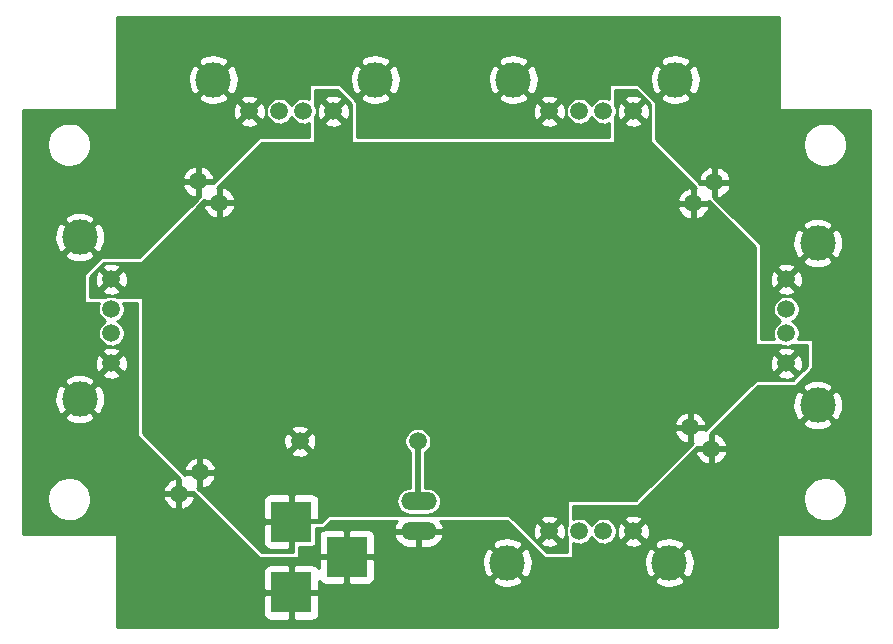
<source format=gbr>
G04 #@! TF.FileFunction,Copper,L2,Bot,Signal*
%FSLAX46Y46*%
G04 Gerber Fmt 4.6, Leading zero omitted, Abs format (unit mm)*
G04 Created by KiCad (PCBNEW (2015-05-08 BZR 5647)-product) date sáb 16 may 2015 15:50:19 CEST*
%MOMM*%
G01*
G04 APERTURE LIST*
%ADD10C,0.100000*%
%ADD11R,3.500120X3.500120*%
%ADD12C,1.501140*%
%ADD13C,2.999740*%
%ADD14O,3.014980X1.506220*%
%ADD15C,0.508000*%
%ADD16C,0.254000*%
G04 APERTURE END LIST*
D10*
D11*
X139700000Y-116027200D03*
X139700000Y-122026680D03*
X144399000Y-119026940D03*
D12*
X168656000Y-116840000D03*
X166116000Y-116840000D03*
X164084000Y-116840000D03*
X161544000Y-116840000D03*
D13*
X171704000Y-119507000D03*
X157988000Y-119507000D03*
D12*
X124460000Y-102616000D03*
X124460000Y-100076000D03*
X124460000Y-98044000D03*
X124460000Y-95504000D03*
D13*
X121793000Y-105664000D03*
X121793000Y-91948000D03*
D12*
X161544000Y-81280000D03*
X164084000Y-81280000D03*
X166116000Y-81280000D03*
X168656000Y-81280000D03*
D13*
X158496000Y-78613000D03*
X172212000Y-78613000D03*
D12*
X136144000Y-81280000D03*
X138684000Y-81280000D03*
X140716000Y-81280000D03*
X143256000Y-81280000D03*
D13*
X133096000Y-78613000D03*
X146812000Y-78613000D03*
D12*
X181610000Y-95504000D03*
X181610000Y-98044000D03*
X181610000Y-100076000D03*
X181610000Y-102616000D03*
D13*
X184277000Y-92456000D03*
X184277000Y-106172000D03*
D14*
X150495000Y-114300000D03*
X150495000Y-116840000D03*
D12*
X140415000Y-109220000D03*
X150415000Y-109220000D03*
X175260000Y-109855000D03*
X173463949Y-108058949D03*
X175532051Y-87294449D03*
X173736000Y-89090500D03*
X130175000Y-113665000D03*
X131971051Y-111868949D03*
X131807949Y-87230949D03*
X133604000Y-89027000D03*
D15*
X150415000Y-109220000D02*
X150415000Y-114220000D01*
X150415000Y-114220000D02*
X150495000Y-114300000D01*
D16*
G36*
X188722000Y-117094000D02*
X186767551Y-117094000D01*
X186767551Y-113937771D01*
X186767551Y-83940371D01*
X186695906Y-83578538D01*
X186555345Y-83237512D01*
X186351223Y-82930283D01*
X186091313Y-82668552D01*
X185785516Y-82462290D01*
X185445480Y-82319352D01*
X185084156Y-82245182D01*
X184715307Y-82242607D01*
X184352983Y-82311724D01*
X184010984Y-82449901D01*
X183702337Y-82651874D01*
X183438798Y-82909950D01*
X183230406Y-83214300D01*
X183085097Y-83553330D01*
X183008407Y-83914127D01*
X183003257Y-84282949D01*
X183069843Y-84645747D01*
X183205629Y-84988702D01*
X183405442Y-85298751D01*
X183661672Y-85564085D01*
X183964559Y-85774597D01*
X184302567Y-85922269D01*
X184662820Y-86001476D01*
X185031597Y-86009201D01*
X185394851Y-85945149D01*
X185738745Y-85811761D01*
X186050182Y-85614117D01*
X186317299Y-85359746D01*
X186529920Y-85058336D01*
X186679948Y-84721368D01*
X186761668Y-84361676D01*
X186767551Y-83940371D01*
X186767551Y-113937771D01*
X186695906Y-113575938D01*
X186555345Y-113234912D01*
X186421772Y-113033868D01*
X186421772Y-106129171D01*
X186421772Y-92413171D01*
X186372205Y-91995569D01*
X186242121Y-91595661D01*
X186084108Y-91300040D01*
X185768561Y-91144044D01*
X185588956Y-91323649D01*
X185588956Y-90964439D01*
X185432960Y-90648892D01*
X185058200Y-90458099D01*
X184653418Y-90344083D01*
X184234171Y-90311228D01*
X183816569Y-90360795D01*
X183416661Y-90490879D01*
X183121040Y-90648892D01*
X182965044Y-90964439D01*
X184277000Y-92276395D01*
X185588956Y-90964439D01*
X185588956Y-91323649D01*
X184456605Y-92456000D01*
X185768561Y-93767956D01*
X186084108Y-93611960D01*
X186274901Y-93237200D01*
X186388917Y-92832418D01*
X186421772Y-92413171D01*
X186421772Y-106129171D01*
X186372205Y-105711569D01*
X186242121Y-105311661D01*
X186084108Y-105016040D01*
X185768561Y-104860044D01*
X185588956Y-105039649D01*
X185588956Y-104680439D01*
X185588956Y-93947561D01*
X184277000Y-92635605D01*
X184097395Y-92815210D01*
X184097395Y-92456000D01*
X182785439Y-91144044D01*
X182469892Y-91300040D01*
X182279099Y-91674800D01*
X182165083Y-92079582D01*
X182132228Y-92498829D01*
X182181795Y-92916431D01*
X182311879Y-93316339D01*
X182469892Y-93611960D01*
X182785439Y-93767956D01*
X184097395Y-92456000D01*
X184097395Y-92815210D01*
X182965044Y-93947561D01*
X183121040Y-94263108D01*
X183495800Y-94453901D01*
X183900582Y-94567917D01*
X184319829Y-94600772D01*
X184737431Y-94551205D01*
X185137339Y-94421121D01*
X185432960Y-94263108D01*
X185588956Y-93947561D01*
X185588956Y-104680439D01*
X185432960Y-104364892D01*
X185058200Y-104174099D01*
X184653418Y-104060083D01*
X184234171Y-104027228D01*
X183896000Y-104067366D01*
X183896000Y-103027815D01*
X183896000Y-100584000D01*
X183000387Y-100584000D01*
X183000387Y-95431530D01*
X182959533Y-95161671D01*
X182866817Y-94904968D01*
X182806326Y-94791799D01*
X182567401Y-94726204D01*
X182387796Y-94905809D01*
X182387796Y-94546599D01*
X182322201Y-94307674D01*
X182075125Y-94191717D01*
X181810173Y-94126191D01*
X181537530Y-94113613D01*
X181267671Y-94154467D01*
X181010968Y-94247183D01*
X180897799Y-94307674D01*
X180832204Y-94546599D01*
X181610000Y-95324395D01*
X182387796Y-94546599D01*
X182387796Y-94905809D01*
X181789605Y-95504000D01*
X182567401Y-96281796D01*
X182806326Y-96216201D01*
X182922283Y-95969125D01*
X182987809Y-95704173D01*
X183000387Y-95431530D01*
X183000387Y-100584000D01*
X182880000Y-100584000D01*
X182622534Y-100584000D01*
X182688915Y-100434907D01*
X182738079Y-100218510D01*
X182741618Y-99965044D01*
X182698515Y-99747358D01*
X182613951Y-99542190D01*
X182491147Y-99357354D01*
X182334780Y-99199892D01*
X182150806Y-99075800D01*
X182116405Y-99061339D01*
X182122668Y-99058910D01*
X182310035Y-98940004D01*
X182470737Y-98786969D01*
X182598655Y-98605634D01*
X182688915Y-98402907D01*
X182738079Y-98186510D01*
X182741618Y-97933044D01*
X182698515Y-97715358D01*
X182613951Y-97510190D01*
X182491147Y-97325354D01*
X182387796Y-97221279D01*
X182387796Y-96461401D01*
X181610000Y-95683605D01*
X181430395Y-95863210D01*
X181430395Y-95504000D01*
X180652599Y-94726204D01*
X180413674Y-94791799D01*
X180297717Y-95038875D01*
X180232191Y-95303827D01*
X180219613Y-95576470D01*
X180260467Y-95846329D01*
X180353183Y-96103032D01*
X180413674Y-96216201D01*
X180652599Y-96281796D01*
X181430395Y-95504000D01*
X181430395Y-95863210D01*
X180832204Y-96461401D01*
X180897799Y-96700326D01*
X181144875Y-96816283D01*
X181409827Y-96881809D01*
X181682470Y-96894387D01*
X181952329Y-96853533D01*
X182209032Y-96760817D01*
X182322201Y-96700326D01*
X182387796Y-96461401D01*
X182387796Y-97221279D01*
X182334780Y-97167892D01*
X182150806Y-97043800D01*
X181946233Y-96957806D01*
X181728854Y-96913184D01*
X181506947Y-96911635D01*
X181288965Y-96953217D01*
X181083212Y-97036347D01*
X180897523Y-97157858D01*
X180738973Y-97313122D01*
X180613600Y-97496224D01*
X180526179Y-97700192D01*
X180480041Y-97917255D01*
X180476943Y-98139145D01*
X180517002Y-98357412D01*
X180598694Y-98563741D01*
X180718905Y-98750273D01*
X180873059Y-98909903D01*
X181055282Y-99036552D01*
X181106511Y-99058933D01*
X181083212Y-99068347D01*
X180897523Y-99189858D01*
X180738973Y-99345122D01*
X180613600Y-99528224D01*
X180526179Y-99732192D01*
X180480041Y-99949255D01*
X180476943Y-100171145D01*
X180517002Y-100389412D01*
X180594045Y-100584000D01*
X179451000Y-100584000D01*
X179451000Y-92552185D01*
X176881584Y-89982769D01*
X176881584Y-87636777D01*
X176881584Y-86952121D01*
X176788868Y-86695418D01*
X176647853Y-86461735D01*
X176463959Y-86260053D01*
X176244252Y-86098122D01*
X175997175Y-85982166D01*
X175874379Y-85944916D01*
X175659051Y-86067480D01*
X175659051Y-87167449D01*
X176759020Y-87167449D01*
X176881584Y-86952121D01*
X176881584Y-87636777D01*
X176759020Y-87421449D01*
X175659051Y-87421449D01*
X175659051Y-88521418D01*
X175874379Y-88643982D01*
X176131082Y-88551266D01*
X176364765Y-88410251D01*
X176566447Y-88226357D01*
X176728378Y-88006650D01*
X176844334Y-87759573D01*
X176881584Y-87636777D01*
X176881584Y-89982769D01*
X175405051Y-88506236D01*
X175405051Y-87601057D01*
X175517910Y-87488198D01*
X175405051Y-87375339D01*
X175405051Y-87167449D01*
X175405051Y-86067480D01*
X175189723Y-85944916D01*
X174933020Y-86037632D01*
X174699337Y-86178647D01*
X174497655Y-86362541D01*
X174356772Y-86553690D01*
X174356772Y-78570171D01*
X174307205Y-78152569D01*
X174177121Y-77752661D01*
X174019108Y-77457040D01*
X173703561Y-77301044D01*
X173523956Y-77480649D01*
X173523956Y-77121439D01*
X173367960Y-76805892D01*
X172993200Y-76615099D01*
X172588418Y-76501083D01*
X172169171Y-76468228D01*
X171751569Y-76517795D01*
X171351661Y-76647879D01*
X171056040Y-76805892D01*
X170900044Y-77121439D01*
X172212000Y-78433395D01*
X173523956Y-77121439D01*
X173523956Y-77480649D01*
X172391605Y-78613000D01*
X173703561Y-79924956D01*
X174019108Y-79768960D01*
X174209901Y-79394200D01*
X174323917Y-78989418D01*
X174356772Y-78570171D01*
X174356772Y-86553690D01*
X174335724Y-86582248D01*
X174219768Y-86829325D01*
X174182518Y-86952121D01*
X174305082Y-87167449D01*
X175405051Y-87167449D01*
X175405051Y-87375339D01*
X175338302Y-87308590D01*
X175225442Y-87421449D01*
X174320264Y-87421449D01*
X173523956Y-86625141D01*
X173523956Y-80104561D01*
X172212000Y-78792605D01*
X172032395Y-78972210D01*
X172032395Y-78613000D01*
X170720439Y-77301044D01*
X170404892Y-77457040D01*
X170214099Y-77831800D01*
X170100083Y-78236582D01*
X170067228Y-78655829D01*
X170116795Y-79073431D01*
X170246879Y-79473339D01*
X170404892Y-79768960D01*
X170720439Y-79924956D01*
X172032395Y-78613000D01*
X172032395Y-78972210D01*
X170900044Y-80104561D01*
X171056040Y-80420108D01*
X171430800Y-80610901D01*
X171835582Y-80724917D01*
X172254829Y-80757772D01*
X172672431Y-80708205D01*
X173072339Y-80578121D01*
X173367960Y-80420108D01*
X173523956Y-80104561D01*
X173523956Y-86625141D01*
X170561000Y-83662185D01*
X170561000Y-81280000D01*
X170561000Y-80487185D01*
X169067815Y-78994000D01*
X168275000Y-78994000D01*
X166624000Y-78994000D01*
X166624000Y-80266009D01*
X166452233Y-80193806D01*
X166234854Y-80149184D01*
X166012947Y-80147635D01*
X165794965Y-80189217D01*
X165589212Y-80272347D01*
X165403523Y-80393858D01*
X165244973Y-80549122D01*
X165119600Y-80732224D01*
X165100531Y-80776713D01*
X165087951Y-80746190D01*
X164965147Y-80561354D01*
X164808780Y-80403892D01*
X164624806Y-80279800D01*
X164420233Y-80193806D01*
X164202854Y-80149184D01*
X163980947Y-80147635D01*
X163762965Y-80189217D01*
X163557212Y-80272347D01*
X163371523Y-80393858D01*
X163212973Y-80549122D01*
X163087600Y-80732224D01*
X163000179Y-80936192D01*
X162954041Y-81153255D01*
X162950943Y-81375145D01*
X162991002Y-81593412D01*
X163072694Y-81799741D01*
X163192905Y-81986273D01*
X163347059Y-82145903D01*
X163529282Y-82272552D01*
X163732634Y-82361394D01*
X163949369Y-82409046D01*
X164171233Y-82413694D01*
X164389774Y-82375159D01*
X164596668Y-82294910D01*
X164784035Y-82176004D01*
X164944737Y-82022969D01*
X165072655Y-81841634D01*
X165098392Y-81783826D01*
X165104694Y-81799741D01*
X165224905Y-81986273D01*
X165379059Y-82145903D01*
X165561282Y-82272552D01*
X165764634Y-82361394D01*
X165981369Y-82409046D01*
X166203233Y-82413694D01*
X166421774Y-82375159D01*
X166624000Y-82296720D01*
X166624000Y-83439000D01*
X162934387Y-83439000D01*
X162934387Y-81207530D01*
X162893533Y-80937671D01*
X162800817Y-80680968D01*
X162740326Y-80567799D01*
X162501401Y-80502204D01*
X162321796Y-80681809D01*
X162321796Y-80322599D01*
X162256201Y-80083674D01*
X162009125Y-79967717D01*
X161744173Y-79902191D01*
X161471530Y-79889613D01*
X161201671Y-79930467D01*
X160944968Y-80023183D01*
X160831799Y-80083674D01*
X160766204Y-80322599D01*
X161544000Y-81100395D01*
X162321796Y-80322599D01*
X162321796Y-80681809D01*
X161723605Y-81280000D01*
X162501401Y-82057796D01*
X162740326Y-81992201D01*
X162856283Y-81745125D01*
X162921809Y-81480173D01*
X162934387Y-81207530D01*
X162934387Y-83439000D01*
X162321796Y-83439000D01*
X162321796Y-82237401D01*
X161544000Y-81459605D01*
X161364395Y-81639210D01*
X161364395Y-81280000D01*
X160640772Y-80556377D01*
X160640772Y-78570171D01*
X160591205Y-78152569D01*
X160461121Y-77752661D01*
X160303108Y-77457040D01*
X159987561Y-77301044D01*
X159807956Y-77480649D01*
X159807956Y-77121439D01*
X159651960Y-76805892D01*
X159277200Y-76615099D01*
X158872418Y-76501083D01*
X158453171Y-76468228D01*
X158035569Y-76517795D01*
X157635661Y-76647879D01*
X157340040Y-76805892D01*
X157184044Y-77121439D01*
X158496000Y-78433395D01*
X159807956Y-77121439D01*
X159807956Y-77480649D01*
X158675605Y-78613000D01*
X159987561Y-79924956D01*
X160303108Y-79768960D01*
X160493901Y-79394200D01*
X160607917Y-78989418D01*
X160640772Y-78570171D01*
X160640772Y-80556377D01*
X160586599Y-80502204D01*
X160347674Y-80567799D01*
X160231717Y-80814875D01*
X160166191Y-81079827D01*
X160153613Y-81352470D01*
X160194467Y-81622329D01*
X160287183Y-81879032D01*
X160347674Y-81992201D01*
X160586599Y-82057796D01*
X161364395Y-81280000D01*
X161364395Y-81639210D01*
X160766204Y-82237401D01*
X160831799Y-82476326D01*
X161078875Y-82592283D01*
X161343827Y-82657809D01*
X161616470Y-82670387D01*
X161886329Y-82629533D01*
X162143032Y-82536817D01*
X162256201Y-82476326D01*
X162321796Y-82237401D01*
X162321796Y-83439000D01*
X159807956Y-83439000D01*
X159807956Y-80104561D01*
X158496000Y-78792605D01*
X158316395Y-78972210D01*
X158316395Y-78613000D01*
X157004439Y-77301044D01*
X156688892Y-77457040D01*
X156498099Y-77831800D01*
X156384083Y-78236582D01*
X156351228Y-78655829D01*
X156400795Y-79073431D01*
X156530879Y-79473339D01*
X156688892Y-79768960D01*
X157004439Y-79924956D01*
X158316395Y-78613000D01*
X158316395Y-78972210D01*
X157184044Y-80104561D01*
X157340040Y-80420108D01*
X157714800Y-80610901D01*
X158119582Y-80724917D01*
X158538829Y-80757772D01*
X158956431Y-80708205D01*
X159356339Y-80578121D01*
X159651960Y-80420108D01*
X159807956Y-80104561D01*
X159807956Y-83439000D01*
X148956772Y-83439000D01*
X148956772Y-78570171D01*
X148907205Y-78152569D01*
X148777121Y-77752661D01*
X148619108Y-77457040D01*
X148303561Y-77301044D01*
X148123956Y-77480649D01*
X148123956Y-77121439D01*
X147967960Y-76805892D01*
X147593200Y-76615099D01*
X147188418Y-76501083D01*
X146769171Y-76468228D01*
X146351569Y-76517795D01*
X145951661Y-76647879D01*
X145656040Y-76805892D01*
X145500044Y-77121439D01*
X146812000Y-78433395D01*
X148123956Y-77121439D01*
X148123956Y-77480649D01*
X146991605Y-78613000D01*
X148303561Y-79924956D01*
X148619108Y-79768960D01*
X148809901Y-79394200D01*
X148923917Y-78989418D01*
X148956772Y-78570171D01*
X148956772Y-83439000D01*
X148123956Y-83439000D01*
X148123956Y-80104561D01*
X146812000Y-78792605D01*
X146632395Y-78972210D01*
X146632395Y-78613000D01*
X145320439Y-77301044D01*
X145004892Y-77457040D01*
X144814099Y-77831800D01*
X144700083Y-78236582D01*
X144667228Y-78655829D01*
X144716795Y-79073431D01*
X144846879Y-79473339D01*
X145004892Y-79768960D01*
X145320439Y-79924956D01*
X146632395Y-78613000D01*
X146632395Y-78972210D01*
X145500044Y-80104561D01*
X145656040Y-80420108D01*
X146030800Y-80610901D01*
X146435582Y-80724917D01*
X146854829Y-80757772D01*
X147272431Y-80708205D01*
X147672339Y-80578121D01*
X147967960Y-80420108D01*
X148123956Y-80104561D01*
X148123956Y-83439000D01*
X145288000Y-83439000D01*
X145288000Y-81915000D01*
X145288000Y-80487185D01*
X143794815Y-78994000D01*
X141224000Y-78994000D01*
X141224000Y-80266009D01*
X141052233Y-80193806D01*
X140834854Y-80149184D01*
X140612947Y-80147635D01*
X140394965Y-80189217D01*
X140189212Y-80272347D01*
X140003523Y-80393858D01*
X139844973Y-80549122D01*
X139719600Y-80732224D01*
X139700531Y-80776713D01*
X139687951Y-80746190D01*
X139565147Y-80561354D01*
X139408780Y-80403892D01*
X139224806Y-80279800D01*
X139020233Y-80193806D01*
X138802854Y-80149184D01*
X138580947Y-80147635D01*
X138362965Y-80189217D01*
X138157212Y-80272347D01*
X137971523Y-80393858D01*
X137812973Y-80549122D01*
X137687600Y-80732224D01*
X137600179Y-80936192D01*
X137554041Y-81153255D01*
X137550943Y-81375145D01*
X137591002Y-81593412D01*
X137672694Y-81799741D01*
X137792905Y-81986273D01*
X137947059Y-82145903D01*
X138129282Y-82272552D01*
X138332634Y-82361394D01*
X138549369Y-82409046D01*
X138771233Y-82413694D01*
X138989774Y-82375159D01*
X139196668Y-82294910D01*
X139384035Y-82176004D01*
X139544737Y-82022969D01*
X139672655Y-81841634D01*
X139698392Y-81783826D01*
X139704694Y-81799741D01*
X139824905Y-81986273D01*
X139979059Y-82145903D01*
X140161282Y-82272552D01*
X140364634Y-82361394D01*
X140581369Y-82409046D01*
X140803233Y-82413694D01*
X141021774Y-82375159D01*
X141224000Y-82296720D01*
X141224000Y-83439000D01*
X137534387Y-83439000D01*
X137534387Y-81207530D01*
X137493533Y-80937671D01*
X137400817Y-80680968D01*
X137340326Y-80567799D01*
X137101401Y-80502204D01*
X136921796Y-80681809D01*
X136921796Y-80322599D01*
X136856201Y-80083674D01*
X136609125Y-79967717D01*
X136344173Y-79902191D01*
X136071530Y-79889613D01*
X135801671Y-79930467D01*
X135544968Y-80023183D01*
X135431799Y-80083674D01*
X135366204Y-80322599D01*
X136144000Y-81100395D01*
X136921796Y-80322599D01*
X136921796Y-80681809D01*
X136323605Y-81280000D01*
X137101401Y-82057796D01*
X137340326Y-81992201D01*
X137456283Y-81745125D01*
X137521809Y-81480173D01*
X137534387Y-81207530D01*
X137534387Y-83439000D01*
X137002185Y-83439000D01*
X136921796Y-83519388D01*
X136921796Y-82237401D01*
X136144000Y-81459605D01*
X135964395Y-81639210D01*
X135964395Y-81280000D01*
X135240772Y-80556377D01*
X135240772Y-78570171D01*
X135191205Y-78152569D01*
X135061121Y-77752661D01*
X134903108Y-77457040D01*
X134587561Y-77301044D01*
X134407956Y-77480649D01*
X134407956Y-77121439D01*
X134251960Y-76805892D01*
X133877200Y-76615099D01*
X133472418Y-76501083D01*
X133053171Y-76468228D01*
X132635569Y-76517795D01*
X132235661Y-76647879D01*
X131940040Y-76805892D01*
X131784044Y-77121439D01*
X133096000Y-78433395D01*
X134407956Y-77121439D01*
X134407956Y-77480649D01*
X133275605Y-78613000D01*
X134587561Y-79924956D01*
X134903108Y-79768960D01*
X135093901Y-79394200D01*
X135207917Y-78989418D01*
X135240772Y-78570171D01*
X135240772Y-80556377D01*
X135186599Y-80502204D01*
X134947674Y-80567799D01*
X134831717Y-80814875D01*
X134766191Y-81079827D01*
X134753613Y-81352470D01*
X134794467Y-81622329D01*
X134887183Y-81879032D01*
X134947674Y-81992201D01*
X135186599Y-82057796D01*
X135964395Y-81280000D01*
X135964395Y-81639210D01*
X135366204Y-82237401D01*
X135431799Y-82476326D01*
X135678875Y-82592283D01*
X135943827Y-82657809D01*
X136216470Y-82670387D01*
X136486329Y-82629533D01*
X136743032Y-82536817D01*
X136856201Y-82476326D01*
X136921796Y-82237401D01*
X136921796Y-83519388D01*
X134407956Y-86033228D01*
X134407956Y-80104561D01*
X133096000Y-78792605D01*
X132916395Y-78972210D01*
X132916395Y-78613000D01*
X131604439Y-77301044D01*
X131288892Y-77457040D01*
X131098099Y-77831800D01*
X130984083Y-78236582D01*
X130951228Y-78655829D01*
X131000795Y-79073431D01*
X131130879Y-79473339D01*
X131288892Y-79768960D01*
X131604439Y-79924956D01*
X132916395Y-78613000D01*
X132916395Y-78972210D01*
X131784044Y-80104561D01*
X131940040Y-80420108D01*
X132314800Y-80610901D01*
X132719582Y-80724917D01*
X133138829Y-80757772D01*
X133556431Y-80708205D01*
X133956339Y-80578121D01*
X134251960Y-80420108D01*
X134407956Y-80104561D01*
X134407956Y-86033228D01*
X133157482Y-87283702D01*
X133157482Y-86888621D01*
X133064766Y-86631918D01*
X132923751Y-86398235D01*
X132739857Y-86196553D01*
X132520150Y-86034622D01*
X132273073Y-85918666D01*
X132150277Y-85881416D01*
X131934949Y-86003980D01*
X131934949Y-87103949D01*
X133034918Y-87103949D01*
X133157482Y-86888621D01*
X133157482Y-87283702D01*
X133052444Y-87388740D01*
X133034918Y-87357949D01*
X132114557Y-87357949D01*
X132001698Y-87245090D01*
X131822090Y-87424698D01*
X131934949Y-87537557D01*
X131934949Y-88457918D01*
X131965740Y-88475444D01*
X131680949Y-88760235D01*
X131680949Y-88457918D01*
X131680949Y-87357949D01*
X131680949Y-87103949D01*
X131680949Y-86003980D01*
X131465621Y-85881416D01*
X131208918Y-85974132D01*
X130975235Y-86115147D01*
X130773553Y-86299041D01*
X130611622Y-86518748D01*
X130495666Y-86765825D01*
X130458416Y-86888621D01*
X130580980Y-87103949D01*
X131680949Y-87103949D01*
X131680949Y-87357949D01*
X130580980Y-87357949D01*
X130458416Y-87573277D01*
X130551132Y-87829980D01*
X130692147Y-88063663D01*
X130876041Y-88265345D01*
X131095748Y-88427276D01*
X131342825Y-88543232D01*
X131465621Y-88580482D01*
X131680949Y-88457918D01*
X131680949Y-88760235D01*
X126842185Y-93599000D01*
X123937772Y-93599000D01*
X123937772Y-91905171D01*
X123888205Y-91487569D01*
X123758121Y-91087661D01*
X123600108Y-90792040D01*
X123284561Y-90636044D01*
X123104956Y-90815649D01*
X123104956Y-90456439D01*
X122948960Y-90140892D01*
X122759551Y-90044462D01*
X122759551Y-83940371D01*
X122687906Y-83578538D01*
X122547345Y-83237512D01*
X122343223Y-82930283D01*
X122083313Y-82668552D01*
X121777516Y-82462290D01*
X121437480Y-82319352D01*
X121076156Y-82245182D01*
X120707307Y-82242607D01*
X120344983Y-82311724D01*
X120002984Y-82449901D01*
X119694337Y-82651874D01*
X119430798Y-82909950D01*
X119222406Y-83214300D01*
X119077097Y-83553330D01*
X119000407Y-83914127D01*
X118995257Y-84282949D01*
X119061843Y-84645747D01*
X119197629Y-84988702D01*
X119397442Y-85298751D01*
X119653672Y-85564085D01*
X119956559Y-85774597D01*
X120294567Y-85922269D01*
X120654820Y-86001476D01*
X121023597Y-86009201D01*
X121386851Y-85945149D01*
X121730745Y-85811761D01*
X122042182Y-85614117D01*
X122309299Y-85359746D01*
X122521920Y-85058336D01*
X122671948Y-84721368D01*
X122753668Y-84361676D01*
X122759551Y-83940371D01*
X122759551Y-90044462D01*
X122574200Y-89950099D01*
X122169418Y-89836083D01*
X121750171Y-89803228D01*
X121332569Y-89852795D01*
X120932661Y-89982879D01*
X120637040Y-90140892D01*
X120481044Y-90456439D01*
X121793000Y-91768395D01*
X123104956Y-90456439D01*
X123104956Y-90815649D01*
X121972605Y-91948000D01*
X123284561Y-93259956D01*
X123600108Y-93103960D01*
X123790901Y-92729200D01*
X123904917Y-92324418D01*
X123937772Y-91905171D01*
X123937772Y-93599000D01*
X123667185Y-93599000D01*
X123104956Y-94161229D01*
X123104956Y-93439561D01*
X121793000Y-92127605D01*
X121613395Y-92307210D01*
X121613395Y-91948000D01*
X120301439Y-90636044D01*
X119985892Y-90792040D01*
X119795099Y-91166800D01*
X119681083Y-91571582D01*
X119648228Y-91990829D01*
X119697795Y-92408431D01*
X119827879Y-92808339D01*
X119985892Y-93103960D01*
X120301439Y-93259956D01*
X121613395Y-91948000D01*
X121613395Y-92307210D01*
X120481044Y-93439561D01*
X120637040Y-93755108D01*
X121011800Y-93945901D01*
X121416582Y-94059917D01*
X121835829Y-94092772D01*
X122253431Y-94043205D01*
X122653339Y-93913121D01*
X122948960Y-93755108D01*
X123104956Y-93439561D01*
X123104956Y-94161229D01*
X122174000Y-95092185D01*
X122174000Y-97536000D01*
X123446551Y-97536000D01*
X123376179Y-97700192D01*
X123330041Y-97917255D01*
X123326943Y-98139145D01*
X123367002Y-98357412D01*
X123448694Y-98563741D01*
X123568905Y-98750273D01*
X123723059Y-98909903D01*
X123905282Y-99036552D01*
X123956511Y-99058933D01*
X123933212Y-99068347D01*
X123747523Y-99189858D01*
X123588973Y-99345122D01*
X123463600Y-99528224D01*
X123376179Y-99732192D01*
X123330041Y-99949255D01*
X123326943Y-100171145D01*
X123367002Y-100389412D01*
X123448694Y-100595741D01*
X123568905Y-100782273D01*
X123723059Y-100941903D01*
X123905282Y-101068552D01*
X124108634Y-101157394D01*
X124325369Y-101205046D01*
X124547233Y-101209694D01*
X124765774Y-101171159D01*
X124972668Y-101090910D01*
X125160035Y-100972004D01*
X125320737Y-100818969D01*
X125448655Y-100637634D01*
X125538915Y-100434907D01*
X125588079Y-100218510D01*
X125591618Y-99965044D01*
X125548515Y-99747358D01*
X125463951Y-99542190D01*
X125341147Y-99357354D01*
X125184780Y-99199892D01*
X125000806Y-99075800D01*
X124966405Y-99061339D01*
X124972668Y-99058910D01*
X125160035Y-98940004D01*
X125320737Y-98786969D01*
X125448655Y-98605634D01*
X125538915Y-98402907D01*
X125588079Y-98186510D01*
X125591618Y-97933044D01*
X125548515Y-97715358D01*
X125474589Y-97536000D01*
X126619000Y-97536000D01*
X126619000Y-108742815D01*
X130309784Y-112433599D01*
X130302000Y-112438031D01*
X130302000Y-113358392D01*
X130189141Y-113471251D01*
X130368749Y-113650859D01*
X130481607Y-113538000D01*
X131401969Y-113538000D01*
X131406400Y-113530215D01*
X137002185Y-119126000D01*
X140335000Y-119126000D01*
X140335000Y-118160103D01*
X141450060Y-118160103D01*
X141511886Y-118155078D01*
X141614485Y-118122996D01*
X141704120Y-118063656D01*
X141773725Y-117981735D01*
X141817811Y-117883693D01*
X141832903Y-117777260D01*
X141832903Y-116586000D01*
X142397815Y-116586000D01*
X143032815Y-115951000D01*
X148667417Y-115951000D01*
X148515891Y-116174406D01*
X148409573Y-116426128D01*
X148395217Y-116498326D01*
X148517838Y-116713000D01*
X150368000Y-116713000D01*
X150368000Y-116693000D01*
X150622000Y-116693000D01*
X150622000Y-116713000D01*
X152472162Y-116713000D01*
X152594783Y-116498326D01*
X152580427Y-116426128D01*
X152474109Y-116174406D01*
X152322582Y-115951000D01*
X157957185Y-115951000D01*
X161132185Y-119126000D01*
X163576000Y-119126000D01*
X163576000Y-117852962D01*
X163732634Y-117921394D01*
X163949369Y-117969046D01*
X164171233Y-117973694D01*
X164389774Y-117935159D01*
X164596668Y-117854910D01*
X164784035Y-117736004D01*
X164944737Y-117582969D01*
X165072655Y-117401634D01*
X165098392Y-117343826D01*
X165104694Y-117359741D01*
X165224905Y-117546273D01*
X165379059Y-117705903D01*
X165561282Y-117832552D01*
X165764634Y-117921394D01*
X165981369Y-117969046D01*
X166203233Y-117973694D01*
X166421774Y-117935159D01*
X166628668Y-117854910D01*
X166816035Y-117736004D01*
X166976737Y-117582969D01*
X167104655Y-117401634D01*
X167194915Y-117198907D01*
X167244079Y-116982510D01*
X167247618Y-116729044D01*
X167204515Y-116511358D01*
X167119951Y-116306190D01*
X166997147Y-116121354D01*
X166840780Y-115963892D01*
X166656806Y-115839800D01*
X166452233Y-115753806D01*
X166234854Y-115709184D01*
X166012947Y-115707635D01*
X165794965Y-115749217D01*
X165589212Y-115832347D01*
X165403523Y-115953858D01*
X165244973Y-116109122D01*
X165119600Y-116292224D01*
X165100531Y-116336713D01*
X165087951Y-116306190D01*
X164965147Y-116121354D01*
X164808780Y-115963892D01*
X164624806Y-115839800D01*
X164420233Y-115753806D01*
X164202854Y-115709184D01*
X163980947Y-115707635D01*
X163762965Y-115749217D01*
X163576000Y-115824756D01*
X163576000Y-114681000D01*
X169067815Y-114681000D01*
X174028599Y-109720215D01*
X174033031Y-109728000D01*
X174953392Y-109728000D01*
X175066251Y-109840859D01*
X175245859Y-109661251D01*
X175133000Y-109548392D01*
X175133000Y-108628031D01*
X175125215Y-108623599D01*
X179227815Y-104521000D01*
X182402815Y-104521000D01*
X183896000Y-103027815D01*
X183896000Y-104067366D01*
X183816569Y-104076795D01*
X183416661Y-104206879D01*
X183121040Y-104364892D01*
X182965044Y-104680439D01*
X184277000Y-105992395D01*
X185588956Y-104680439D01*
X185588956Y-105039649D01*
X184456605Y-106172000D01*
X185768561Y-107483956D01*
X186084108Y-107327960D01*
X186274901Y-106953200D01*
X186388917Y-106548418D01*
X186421772Y-106129171D01*
X186421772Y-113033868D01*
X186351223Y-112927683D01*
X186091313Y-112665952D01*
X185785516Y-112459690D01*
X185588956Y-112377063D01*
X185588956Y-107663561D01*
X184277000Y-106351605D01*
X184097395Y-106531210D01*
X184097395Y-106172000D01*
X182785439Y-104860044D01*
X182469892Y-105016040D01*
X182279099Y-105390800D01*
X182165083Y-105795582D01*
X182132228Y-106214829D01*
X182181795Y-106632431D01*
X182311879Y-107032339D01*
X182469892Y-107327960D01*
X182785439Y-107483956D01*
X184097395Y-106172000D01*
X184097395Y-106531210D01*
X182965044Y-107663561D01*
X183121040Y-107979108D01*
X183495800Y-108169901D01*
X183900582Y-108283917D01*
X184319829Y-108316772D01*
X184737431Y-108267205D01*
X185137339Y-108137121D01*
X185432960Y-107979108D01*
X185588956Y-107663561D01*
X185588956Y-112377063D01*
X185445480Y-112316752D01*
X185084156Y-112242582D01*
X184715307Y-112240007D01*
X184352983Y-112309124D01*
X184010984Y-112447301D01*
X183702337Y-112649274D01*
X183438798Y-112907350D01*
X183230406Y-113211700D01*
X183085097Y-113550730D01*
X183008407Y-113911527D01*
X183003257Y-114280349D01*
X183069843Y-114643147D01*
X183205629Y-114986102D01*
X183405442Y-115296151D01*
X183661672Y-115561485D01*
X183964559Y-115771997D01*
X184302567Y-115919669D01*
X184662820Y-115998876D01*
X185031597Y-116006601D01*
X185394851Y-115942549D01*
X185738745Y-115809161D01*
X186050182Y-115611517D01*
X186317299Y-115357146D01*
X186529920Y-115055736D01*
X186679948Y-114718768D01*
X186761668Y-114359076D01*
X186767551Y-113937771D01*
X186767551Y-117094000D01*
X180848000Y-117094000D01*
X180848000Y-124968000D01*
X176609533Y-124968000D01*
X176609533Y-110197328D01*
X176609533Y-109512672D01*
X176516817Y-109255969D01*
X176375802Y-109022286D01*
X176191908Y-108820604D01*
X175972201Y-108658673D01*
X175725124Y-108542717D01*
X175602328Y-108505467D01*
X175387000Y-108628031D01*
X175387000Y-109728000D01*
X176486969Y-109728000D01*
X176609533Y-109512672D01*
X176609533Y-110197328D01*
X176486969Y-109982000D01*
X175387000Y-109982000D01*
X175387000Y-111081969D01*
X175602328Y-111204533D01*
X175859031Y-111111817D01*
X176092714Y-110970802D01*
X176294396Y-110786908D01*
X176456327Y-110567201D01*
X176572283Y-110320124D01*
X176609533Y-110197328D01*
X176609533Y-124968000D01*
X175133000Y-124968000D01*
X175133000Y-111081969D01*
X175133000Y-109982000D01*
X174033031Y-109982000D01*
X173910467Y-110197328D01*
X174003183Y-110454031D01*
X174144198Y-110687714D01*
X174328092Y-110889396D01*
X174547799Y-111051327D01*
X174794876Y-111167283D01*
X174917672Y-111204533D01*
X175133000Y-111081969D01*
X175133000Y-124968000D01*
X173848772Y-124968000D01*
X173848772Y-119464171D01*
X173799205Y-119046569D01*
X173669121Y-118646661D01*
X173511108Y-118351040D01*
X173195561Y-118195044D01*
X173015956Y-118374649D01*
X173015956Y-118015439D01*
X172859960Y-117699892D01*
X172485200Y-117509099D01*
X172080418Y-117395083D01*
X171661171Y-117362228D01*
X171243569Y-117411795D01*
X170843661Y-117541879D01*
X170548040Y-117699892D01*
X170392044Y-118015439D01*
X171704000Y-119327395D01*
X173015956Y-118015439D01*
X173015956Y-118374649D01*
X171883605Y-119507000D01*
X173195561Y-120818956D01*
X173511108Y-120662960D01*
X173701901Y-120288200D01*
X173815917Y-119883418D01*
X173848772Y-119464171D01*
X173848772Y-124968000D01*
X173015956Y-124968000D01*
X173015956Y-120998561D01*
X171704000Y-119686605D01*
X171524395Y-119866210D01*
X171524395Y-119507000D01*
X170212439Y-118195044D01*
X170046387Y-118277134D01*
X170046387Y-116767530D01*
X170005533Y-116497671D01*
X169912817Y-116240968D01*
X169852326Y-116127799D01*
X169613401Y-116062204D01*
X169433796Y-116241809D01*
X169433796Y-115882599D01*
X169368201Y-115643674D01*
X169121125Y-115527717D01*
X168856173Y-115462191D01*
X168583530Y-115449613D01*
X168313671Y-115490467D01*
X168056968Y-115583183D01*
X167943799Y-115643674D01*
X167878204Y-115882599D01*
X168656000Y-116660395D01*
X169433796Y-115882599D01*
X169433796Y-116241809D01*
X168835605Y-116840000D01*
X169613401Y-117617796D01*
X169852326Y-117552201D01*
X169968283Y-117305125D01*
X170033809Y-117040173D01*
X170046387Y-116767530D01*
X170046387Y-118277134D01*
X169896892Y-118351040D01*
X169706099Y-118725800D01*
X169592083Y-119130582D01*
X169559228Y-119549829D01*
X169608795Y-119967431D01*
X169738879Y-120367339D01*
X169896892Y-120662960D01*
X170212439Y-120818956D01*
X171524395Y-119507000D01*
X171524395Y-119866210D01*
X170392044Y-120998561D01*
X170548040Y-121314108D01*
X170922800Y-121504901D01*
X171327582Y-121618917D01*
X171746829Y-121651772D01*
X172164431Y-121602205D01*
X172564339Y-121472121D01*
X172859960Y-121314108D01*
X173015956Y-120998561D01*
X173015956Y-124968000D01*
X169433796Y-124968000D01*
X169433796Y-117797401D01*
X168656000Y-117019605D01*
X168476395Y-117199210D01*
X168476395Y-116840000D01*
X167698599Y-116062204D01*
X167459674Y-116127799D01*
X167343717Y-116374875D01*
X167278191Y-116639827D01*
X167265613Y-116912470D01*
X167306467Y-117182329D01*
X167399183Y-117439032D01*
X167459674Y-117552201D01*
X167698599Y-117617796D01*
X168476395Y-116840000D01*
X168476395Y-117199210D01*
X167878204Y-117797401D01*
X167943799Y-118036326D01*
X168190875Y-118152283D01*
X168455827Y-118217809D01*
X168728470Y-118230387D01*
X168998329Y-118189533D01*
X169255032Y-118096817D01*
X169368201Y-118036326D01*
X169433796Y-117797401D01*
X169433796Y-124968000D01*
X160132772Y-124968000D01*
X160132772Y-119464171D01*
X160083205Y-119046569D01*
X159953121Y-118646661D01*
X159795108Y-118351040D01*
X159479561Y-118195044D01*
X159299956Y-118374649D01*
X159299956Y-118015439D01*
X159143960Y-117699892D01*
X158769200Y-117509099D01*
X158364418Y-117395083D01*
X157945171Y-117362228D01*
X157527569Y-117411795D01*
X157127661Y-117541879D01*
X156832040Y-117699892D01*
X156676044Y-118015439D01*
X157988000Y-119327395D01*
X159299956Y-118015439D01*
X159299956Y-118374649D01*
X158167605Y-119507000D01*
X159479561Y-120818956D01*
X159795108Y-120662960D01*
X159985901Y-120288200D01*
X160099917Y-119883418D01*
X160132772Y-119464171D01*
X160132772Y-124968000D01*
X159299956Y-124968000D01*
X159299956Y-120998561D01*
X157988000Y-119686605D01*
X157808395Y-119866210D01*
X157808395Y-119507000D01*
X156496439Y-118195044D01*
X156180892Y-118351040D01*
X155990099Y-118725800D01*
X155876083Y-119130582D01*
X155843228Y-119549829D01*
X155892795Y-119967431D01*
X156022879Y-120367339D01*
X156180892Y-120662960D01*
X156496439Y-120818956D01*
X157808395Y-119507000D01*
X157808395Y-119866210D01*
X156676044Y-120998561D01*
X156832040Y-121314108D01*
X157206800Y-121504901D01*
X157611582Y-121618917D01*
X158030829Y-121651772D01*
X158448431Y-121602205D01*
X158848339Y-121472121D01*
X159143960Y-121314108D01*
X159299956Y-120998561D01*
X159299956Y-124968000D01*
X152594783Y-124968000D01*
X152594783Y-117181674D01*
X152472162Y-116967000D01*
X150622000Y-116967000D01*
X150622000Y-118228110D01*
X151376380Y-118228110D01*
X151644747Y-118176661D01*
X151897920Y-118073845D01*
X152126170Y-117923613D01*
X152320725Y-117731738D01*
X152474109Y-117505594D01*
X152580427Y-117253872D01*
X152594783Y-117181674D01*
X152594783Y-124968000D01*
X150368000Y-124968000D01*
X150368000Y-118228110D01*
X150368000Y-116967000D01*
X148517838Y-116967000D01*
X148395217Y-117181674D01*
X148409573Y-117253872D01*
X148515891Y-117505594D01*
X148669275Y-117731738D01*
X148863830Y-117923613D01*
X149092080Y-118073845D01*
X149345253Y-118176661D01*
X149613620Y-118228110D01*
X150368000Y-118228110D01*
X150368000Y-124968000D01*
X146784060Y-124968000D01*
X146784060Y-120839542D01*
X146784060Y-119312690D01*
X146784060Y-118741190D01*
X146784060Y-117214338D01*
X146759657Y-117091657D01*
X146711790Y-116976095D01*
X146642297Y-116872091D01*
X146553849Y-116783643D01*
X146449845Y-116714150D01*
X146334283Y-116666283D01*
X146211602Y-116641880D01*
X146086518Y-116641880D01*
X144684750Y-116641880D01*
X144526000Y-116800630D01*
X144526000Y-118899940D01*
X146625310Y-118899940D01*
X146784060Y-118741190D01*
X146784060Y-119312690D01*
X146625310Y-119153940D01*
X144526000Y-119153940D01*
X144526000Y-121253250D01*
X144684750Y-121412000D01*
X146086518Y-121412000D01*
X146211602Y-121412000D01*
X146334283Y-121387597D01*
X146449845Y-121339730D01*
X146553849Y-121270237D01*
X146642297Y-121181789D01*
X146711790Y-121077785D01*
X146759657Y-120962223D01*
X146784060Y-120839542D01*
X146784060Y-124968000D01*
X144272000Y-124968000D01*
X144272000Y-121253250D01*
X144272000Y-119153940D01*
X144272000Y-118899940D01*
X144272000Y-116800630D01*
X144113250Y-116641880D01*
X142711482Y-116641880D01*
X142586398Y-116641880D01*
X142463717Y-116666283D01*
X142348155Y-116714150D01*
X142244151Y-116783643D01*
X142155703Y-116872091D01*
X142086210Y-116976095D01*
X142038343Y-117091657D01*
X142013940Y-117214338D01*
X142013940Y-118741190D01*
X142172690Y-118899940D01*
X144272000Y-118899940D01*
X144272000Y-119153940D01*
X142172690Y-119153940D01*
X142013940Y-119312690D01*
X142013940Y-119978611D01*
X142012790Y-119975835D01*
X141943297Y-119871831D01*
X141854849Y-119783383D01*
X141750845Y-119713890D01*
X141635283Y-119666023D01*
X141512602Y-119641620D01*
X141387518Y-119641620D01*
X139985750Y-119641620D01*
X139827000Y-119800370D01*
X139827000Y-121899680D01*
X141926310Y-121899680D01*
X142085060Y-121740930D01*
X142085060Y-121075008D01*
X142086210Y-121077785D01*
X142155703Y-121181789D01*
X142244151Y-121270237D01*
X142348155Y-121339730D01*
X142463717Y-121387597D01*
X142586398Y-121412000D01*
X142711482Y-121412000D01*
X144113250Y-121412000D01*
X144272000Y-121253250D01*
X144272000Y-124968000D01*
X142085060Y-124968000D01*
X142085060Y-123839282D01*
X142085060Y-122312430D01*
X141926310Y-122153680D01*
X139827000Y-122153680D01*
X139827000Y-124252990D01*
X139985750Y-124411740D01*
X141387518Y-124411740D01*
X141512602Y-124411740D01*
X141635283Y-124387337D01*
X141750845Y-124339470D01*
X141854849Y-124269977D01*
X141943297Y-124181529D01*
X142012790Y-124077525D01*
X142060657Y-123961963D01*
X142085060Y-123839282D01*
X142085060Y-124968000D01*
X139573000Y-124968000D01*
X139573000Y-124252990D01*
X139573000Y-122153680D01*
X139573000Y-121899680D01*
X139573000Y-119800370D01*
X139414250Y-119641620D01*
X138012482Y-119641620D01*
X137887398Y-119641620D01*
X137764717Y-119666023D01*
X137649155Y-119713890D01*
X137545151Y-119783383D01*
X137456703Y-119871831D01*
X137387210Y-119975835D01*
X137339343Y-120091397D01*
X137314940Y-120214078D01*
X137314940Y-121740930D01*
X137473690Y-121899680D01*
X139573000Y-121899680D01*
X139573000Y-122153680D01*
X137473690Y-122153680D01*
X137314940Y-122312430D01*
X137314940Y-123839282D01*
X137339343Y-123961963D01*
X137387210Y-124077525D01*
X137456703Y-124181529D01*
X137545151Y-124269977D01*
X137649155Y-124339470D01*
X137764717Y-124387337D01*
X137887398Y-124411740D01*
X138012482Y-124411740D01*
X139414250Y-124411740D01*
X139573000Y-124252990D01*
X139573000Y-124968000D01*
X131524533Y-124968000D01*
X131524533Y-114007328D01*
X131401969Y-113792000D01*
X130302000Y-113792000D01*
X130302000Y-114891969D01*
X130517328Y-115014533D01*
X130774031Y-114921817D01*
X131007714Y-114780802D01*
X131209396Y-114596908D01*
X131371327Y-114377201D01*
X131487283Y-114130124D01*
X131524533Y-114007328D01*
X131524533Y-124968000D01*
X130048000Y-124968000D01*
X130048000Y-114891969D01*
X130048000Y-113792000D01*
X130048000Y-113538000D01*
X130048000Y-112438031D01*
X129832672Y-112315467D01*
X129575969Y-112408183D01*
X129342286Y-112549198D01*
X129140604Y-112733092D01*
X128978673Y-112952799D01*
X128862717Y-113199876D01*
X128825467Y-113322672D01*
X128948031Y-113538000D01*
X130048000Y-113538000D01*
X130048000Y-113792000D01*
X128948031Y-113792000D01*
X128825467Y-114007328D01*
X128918183Y-114264031D01*
X129059198Y-114497714D01*
X129243092Y-114699396D01*
X129462799Y-114861327D01*
X129709876Y-114977283D01*
X129832672Y-115014533D01*
X130048000Y-114891969D01*
X130048000Y-124968000D01*
X125850387Y-124968000D01*
X125850387Y-102543530D01*
X125809533Y-102273671D01*
X125716817Y-102016968D01*
X125656326Y-101903799D01*
X125417401Y-101838204D01*
X125237796Y-102017809D01*
X125237796Y-101658599D01*
X125172201Y-101419674D01*
X124925125Y-101303717D01*
X124660173Y-101238191D01*
X124387530Y-101225613D01*
X124117671Y-101266467D01*
X123860968Y-101359183D01*
X123747799Y-101419674D01*
X123682204Y-101658599D01*
X124460000Y-102436395D01*
X125237796Y-101658599D01*
X125237796Y-102017809D01*
X124639605Y-102616000D01*
X125417401Y-103393796D01*
X125656326Y-103328201D01*
X125772283Y-103081125D01*
X125837809Y-102816173D01*
X125850387Y-102543530D01*
X125850387Y-124968000D01*
X125237796Y-124968000D01*
X125237796Y-103573401D01*
X124460000Y-102795605D01*
X124280395Y-102975210D01*
X124280395Y-102616000D01*
X123502599Y-101838204D01*
X123263674Y-101903799D01*
X123147717Y-102150875D01*
X123082191Y-102415827D01*
X123069613Y-102688470D01*
X123110467Y-102958329D01*
X123203183Y-103215032D01*
X123263674Y-103328201D01*
X123502599Y-103393796D01*
X124280395Y-102616000D01*
X124280395Y-102975210D01*
X123682204Y-103573401D01*
X123747799Y-103812326D01*
X123994875Y-103928283D01*
X124259827Y-103993809D01*
X124532470Y-104006387D01*
X124802329Y-103965533D01*
X125059032Y-103872817D01*
X125172201Y-103812326D01*
X125237796Y-103573401D01*
X125237796Y-124968000D01*
X124968000Y-124968000D01*
X124968000Y-117094000D01*
X123937772Y-117094000D01*
X123937772Y-105621171D01*
X123888205Y-105203569D01*
X123758121Y-104803661D01*
X123600108Y-104508040D01*
X123284561Y-104352044D01*
X123104956Y-104531649D01*
X123104956Y-104172439D01*
X122948960Y-103856892D01*
X122574200Y-103666099D01*
X122169418Y-103552083D01*
X121750171Y-103519228D01*
X121332569Y-103568795D01*
X120932661Y-103698879D01*
X120637040Y-103856892D01*
X120481044Y-104172439D01*
X121793000Y-105484395D01*
X123104956Y-104172439D01*
X123104956Y-104531649D01*
X121972605Y-105664000D01*
X123284561Y-106975956D01*
X123600108Y-106819960D01*
X123790901Y-106445200D01*
X123904917Y-106040418D01*
X123937772Y-105621171D01*
X123937772Y-117094000D01*
X123104956Y-117094000D01*
X123104956Y-107155561D01*
X121793000Y-105843605D01*
X121613395Y-106023210D01*
X121613395Y-105664000D01*
X120301439Y-104352044D01*
X119985892Y-104508040D01*
X119795099Y-104882800D01*
X119681083Y-105287582D01*
X119648228Y-105706829D01*
X119697795Y-106124431D01*
X119827879Y-106524339D01*
X119985892Y-106819960D01*
X120301439Y-106975956D01*
X121613395Y-105664000D01*
X121613395Y-106023210D01*
X120481044Y-107155561D01*
X120637040Y-107471108D01*
X121011800Y-107661901D01*
X121416582Y-107775917D01*
X121835829Y-107808772D01*
X122253431Y-107759205D01*
X122653339Y-107629121D01*
X122948960Y-107471108D01*
X123104956Y-107155561D01*
X123104956Y-117094000D01*
X122759551Y-117094000D01*
X122759551Y-113937771D01*
X122687906Y-113575938D01*
X122547345Y-113234912D01*
X122343223Y-112927683D01*
X122083313Y-112665952D01*
X121777516Y-112459690D01*
X121437480Y-112316752D01*
X121076156Y-112242582D01*
X120707307Y-112240007D01*
X120344983Y-112309124D01*
X120002984Y-112447301D01*
X119694337Y-112649274D01*
X119430798Y-112907350D01*
X119222406Y-113211700D01*
X119077097Y-113550730D01*
X119000407Y-113911527D01*
X118995257Y-114280349D01*
X119061843Y-114643147D01*
X119197629Y-114986102D01*
X119397442Y-115296151D01*
X119653672Y-115561485D01*
X119956559Y-115771997D01*
X120294567Y-115919669D01*
X120654820Y-115998876D01*
X121023597Y-116006601D01*
X121386851Y-115942549D01*
X121730745Y-115809161D01*
X122042182Y-115611517D01*
X122309299Y-115357146D01*
X122521920Y-115055736D01*
X122671948Y-114718768D01*
X122753668Y-114359076D01*
X122759551Y-113937771D01*
X122759551Y-117094000D01*
X116967000Y-117094000D01*
X116967000Y-81153000D01*
X124968000Y-81153000D01*
X124968000Y-73279000D01*
X180975000Y-73279000D01*
X180975000Y-81153000D01*
X188722000Y-81153000D01*
X188722000Y-117094000D01*
X188722000Y-117094000D01*
G37*
X188722000Y-117094000D02*
X186767551Y-117094000D01*
X186767551Y-113937771D01*
X186767551Y-83940371D01*
X186695906Y-83578538D01*
X186555345Y-83237512D01*
X186351223Y-82930283D01*
X186091313Y-82668552D01*
X185785516Y-82462290D01*
X185445480Y-82319352D01*
X185084156Y-82245182D01*
X184715307Y-82242607D01*
X184352983Y-82311724D01*
X184010984Y-82449901D01*
X183702337Y-82651874D01*
X183438798Y-82909950D01*
X183230406Y-83214300D01*
X183085097Y-83553330D01*
X183008407Y-83914127D01*
X183003257Y-84282949D01*
X183069843Y-84645747D01*
X183205629Y-84988702D01*
X183405442Y-85298751D01*
X183661672Y-85564085D01*
X183964559Y-85774597D01*
X184302567Y-85922269D01*
X184662820Y-86001476D01*
X185031597Y-86009201D01*
X185394851Y-85945149D01*
X185738745Y-85811761D01*
X186050182Y-85614117D01*
X186317299Y-85359746D01*
X186529920Y-85058336D01*
X186679948Y-84721368D01*
X186761668Y-84361676D01*
X186767551Y-83940371D01*
X186767551Y-113937771D01*
X186695906Y-113575938D01*
X186555345Y-113234912D01*
X186421772Y-113033868D01*
X186421772Y-106129171D01*
X186421772Y-92413171D01*
X186372205Y-91995569D01*
X186242121Y-91595661D01*
X186084108Y-91300040D01*
X185768561Y-91144044D01*
X185588956Y-91323649D01*
X185588956Y-90964439D01*
X185432960Y-90648892D01*
X185058200Y-90458099D01*
X184653418Y-90344083D01*
X184234171Y-90311228D01*
X183816569Y-90360795D01*
X183416661Y-90490879D01*
X183121040Y-90648892D01*
X182965044Y-90964439D01*
X184277000Y-92276395D01*
X185588956Y-90964439D01*
X185588956Y-91323649D01*
X184456605Y-92456000D01*
X185768561Y-93767956D01*
X186084108Y-93611960D01*
X186274901Y-93237200D01*
X186388917Y-92832418D01*
X186421772Y-92413171D01*
X186421772Y-106129171D01*
X186372205Y-105711569D01*
X186242121Y-105311661D01*
X186084108Y-105016040D01*
X185768561Y-104860044D01*
X185588956Y-105039649D01*
X185588956Y-104680439D01*
X185588956Y-93947561D01*
X184277000Y-92635605D01*
X184097395Y-92815210D01*
X184097395Y-92456000D01*
X182785439Y-91144044D01*
X182469892Y-91300040D01*
X182279099Y-91674800D01*
X182165083Y-92079582D01*
X182132228Y-92498829D01*
X182181795Y-92916431D01*
X182311879Y-93316339D01*
X182469892Y-93611960D01*
X182785439Y-93767956D01*
X184097395Y-92456000D01*
X184097395Y-92815210D01*
X182965044Y-93947561D01*
X183121040Y-94263108D01*
X183495800Y-94453901D01*
X183900582Y-94567917D01*
X184319829Y-94600772D01*
X184737431Y-94551205D01*
X185137339Y-94421121D01*
X185432960Y-94263108D01*
X185588956Y-93947561D01*
X185588956Y-104680439D01*
X185432960Y-104364892D01*
X185058200Y-104174099D01*
X184653418Y-104060083D01*
X184234171Y-104027228D01*
X183896000Y-104067366D01*
X183896000Y-103027815D01*
X183896000Y-100584000D01*
X183000387Y-100584000D01*
X183000387Y-95431530D01*
X182959533Y-95161671D01*
X182866817Y-94904968D01*
X182806326Y-94791799D01*
X182567401Y-94726204D01*
X182387796Y-94905809D01*
X182387796Y-94546599D01*
X182322201Y-94307674D01*
X182075125Y-94191717D01*
X181810173Y-94126191D01*
X181537530Y-94113613D01*
X181267671Y-94154467D01*
X181010968Y-94247183D01*
X180897799Y-94307674D01*
X180832204Y-94546599D01*
X181610000Y-95324395D01*
X182387796Y-94546599D01*
X182387796Y-94905809D01*
X181789605Y-95504000D01*
X182567401Y-96281796D01*
X182806326Y-96216201D01*
X182922283Y-95969125D01*
X182987809Y-95704173D01*
X183000387Y-95431530D01*
X183000387Y-100584000D01*
X182880000Y-100584000D01*
X182622534Y-100584000D01*
X182688915Y-100434907D01*
X182738079Y-100218510D01*
X182741618Y-99965044D01*
X182698515Y-99747358D01*
X182613951Y-99542190D01*
X182491147Y-99357354D01*
X182334780Y-99199892D01*
X182150806Y-99075800D01*
X182116405Y-99061339D01*
X182122668Y-99058910D01*
X182310035Y-98940004D01*
X182470737Y-98786969D01*
X182598655Y-98605634D01*
X182688915Y-98402907D01*
X182738079Y-98186510D01*
X182741618Y-97933044D01*
X182698515Y-97715358D01*
X182613951Y-97510190D01*
X182491147Y-97325354D01*
X182387796Y-97221279D01*
X182387796Y-96461401D01*
X181610000Y-95683605D01*
X181430395Y-95863210D01*
X181430395Y-95504000D01*
X180652599Y-94726204D01*
X180413674Y-94791799D01*
X180297717Y-95038875D01*
X180232191Y-95303827D01*
X180219613Y-95576470D01*
X180260467Y-95846329D01*
X180353183Y-96103032D01*
X180413674Y-96216201D01*
X180652599Y-96281796D01*
X181430395Y-95504000D01*
X181430395Y-95863210D01*
X180832204Y-96461401D01*
X180897799Y-96700326D01*
X181144875Y-96816283D01*
X181409827Y-96881809D01*
X181682470Y-96894387D01*
X181952329Y-96853533D01*
X182209032Y-96760817D01*
X182322201Y-96700326D01*
X182387796Y-96461401D01*
X182387796Y-97221279D01*
X182334780Y-97167892D01*
X182150806Y-97043800D01*
X181946233Y-96957806D01*
X181728854Y-96913184D01*
X181506947Y-96911635D01*
X181288965Y-96953217D01*
X181083212Y-97036347D01*
X180897523Y-97157858D01*
X180738973Y-97313122D01*
X180613600Y-97496224D01*
X180526179Y-97700192D01*
X180480041Y-97917255D01*
X180476943Y-98139145D01*
X180517002Y-98357412D01*
X180598694Y-98563741D01*
X180718905Y-98750273D01*
X180873059Y-98909903D01*
X181055282Y-99036552D01*
X181106511Y-99058933D01*
X181083212Y-99068347D01*
X180897523Y-99189858D01*
X180738973Y-99345122D01*
X180613600Y-99528224D01*
X180526179Y-99732192D01*
X180480041Y-99949255D01*
X180476943Y-100171145D01*
X180517002Y-100389412D01*
X180594045Y-100584000D01*
X179451000Y-100584000D01*
X179451000Y-92552185D01*
X176881584Y-89982769D01*
X176881584Y-87636777D01*
X176881584Y-86952121D01*
X176788868Y-86695418D01*
X176647853Y-86461735D01*
X176463959Y-86260053D01*
X176244252Y-86098122D01*
X175997175Y-85982166D01*
X175874379Y-85944916D01*
X175659051Y-86067480D01*
X175659051Y-87167449D01*
X176759020Y-87167449D01*
X176881584Y-86952121D01*
X176881584Y-87636777D01*
X176759020Y-87421449D01*
X175659051Y-87421449D01*
X175659051Y-88521418D01*
X175874379Y-88643982D01*
X176131082Y-88551266D01*
X176364765Y-88410251D01*
X176566447Y-88226357D01*
X176728378Y-88006650D01*
X176844334Y-87759573D01*
X176881584Y-87636777D01*
X176881584Y-89982769D01*
X175405051Y-88506236D01*
X175405051Y-87601057D01*
X175517910Y-87488198D01*
X175405051Y-87375339D01*
X175405051Y-87167449D01*
X175405051Y-86067480D01*
X175189723Y-85944916D01*
X174933020Y-86037632D01*
X174699337Y-86178647D01*
X174497655Y-86362541D01*
X174356772Y-86553690D01*
X174356772Y-78570171D01*
X174307205Y-78152569D01*
X174177121Y-77752661D01*
X174019108Y-77457040D01*
X173703561Y-77301044D01*
X173523956Y-77480649D01*
X173523956Y-77121439D01*
X173367960Y-76805892D01*
X172993200Y-76615099D01*
X172588418Y-76501083D01*
X172169171Y-76468228D01*
X171751569Y-76517795D01*
X171351661Y-76647879D01*
X171056040Y-76805892D01*
X170900044Y-77121439D01*
X172212000Y-78433395D01*
X173523956Y-77121439D01*
X173523956Y-77480649D01*
X172391605Y-78613000D01*
X173703561Y-79924956D01*
X174019108Y-79768960D01*
X174209901Y-79394200D01*
X174323917Y-78989418D01*
X174356772Y-78570171D01*
X174356772Y-86553690D01*
X174335724Y-86582248D01*
X174219768Y-86829325D01*
X174182518Y-86952121D01*
X174305082Y-87167449D01*
X175405051Y-87167449D01*
X175405051Y-87375339D01*
X175338302Y-87308590D01*
X175225442Y-87421449D01*
X174320264Y-87421449D01*
X173523956Y-86625141D01*
X173523956Y-80104561D01*
X172212000Y-78792605D01*
X172032395Y-78972210D01*
X172032395Y-78613000D01*
X170720439Y-77301044D01*
X170404892Y-77457040D01*
X170214099Y-77831800D01*
X170100083Y-78236582D01*
X170067228Y-78655829D01*
X170116795Y-79073431D01*
X170246879Y-79473339D01*
X170404892Y-79768960D01*
X170720439Y-79924956D01*
X172032395Y-78613000D01*
X172032395Y-78972210D01*
X170900044Y-80104561D01*
X171056040Y-80420108D01*
X171430800Y-80610901D01*
X171835582Y-80724917D01*
X172254829Y-80757772D01*
X172672431Y-80708205D01*
X173072339Y-80578121D01*
X173367960Y-80420108D01*
X173523956Y-80104561D01*
X173523956Y-86625141D01*
X170561000Y-83662185D01*
X170561000Y-81280000D01*
X170561000Y-80487185D01*
X169067815Y-78994000D01*
X168275000Y-78994000D01*
X166624000Y-78994000D01*
X166624000Y-80266009D01*
X166452233Y-80193806D01*
X166234854Y-80149184D01*
X166012947Y-80147635D01*
X165794965Y-80189217D01*
X165589212Y-80272347D01*
X165403523Y-80393858D01*
X165244973Y-80549122D01*
X165119600Y-80732224D01*
X165100531Y-80776713D01*
X165087951Y-80746190D01*
X164965147Y-80561354D01*
X164808780Y-80403892D01*
X164624806Y-80279800D01*
X164420233Y-80193806D01*
X164202854Y-80149184D01*
X163980947Y-80147635D01*
X163762965Y-80189217D01*
X163557212Y-80272347D01*
X163371523Y-80393858D01*
X163212973Y-80549122D01*
X163087600Y-80732224D01*
X163000179Y-80936192D01*
X162954041Y-81153255D01*
X162950943Y-81375145D01*
X162991002Y-81593412D01*
X163072694Y-81799741D01*
X163192905Y-81986273D01*
X163347059Y-82145903D01*
X163529282Y-82272552D01*
X163732634Y-82361394D01*
X163949369Y-82409046D01*
X164171233Y-82413694D01*
X164389774Y-82375159D01*
X164596668Y-82294910D01*
X164784035Y-82176004D01*
X164944737Y-82022969D01*
X165072655Y-81841634D01*
X165098392Y-81783826D01*
X165104694Y-81799741D01*
X165224905Y-81986273D01*
X165379059Y-82145903D01*
X165561282Y-82272552D01*
X165764634Y-82361394D01*
X165981369Y-82409046D01*
X166203233Y-82413694D01*
X166421774Y-82375159D01*
X166624000Y-82296720D01*
X166624000Y-83439000D01*
X162934387Y-83439000D01*
X162934387Y-81207530D01*
X162893533Y-80937671D01*
X162800817Y-80680968D01*
X162740326Y-80567799D01*
X162501401Y-80502204D01*
X162321796Y-80681809D01*
X162321796Y-80322599D01*
X162256201Y-80083674D01*
X162009125Y-79967717D01*
X161744173Y-79902191D01*
X161471530Y-79889613D01*
X161201671Y-79930467D01*
X160944968Y-80023183D01*
X160831799Y-80083674D01*
X160766204Y-80322599D01*
X161544000Y-81100395D01*
X162321796Y-80322599D01*
X162321796Y-80681809D01*
X161723605Y-81280000D01*
X162501401Y-82057796D01*
X162740326Y-81992201D01*
X162856283Y-81745125D01*
X162921809Y-81480173D01*
X162934387Y-81207530D01*
X162934387Y-83439000D01*
X162321796Y-83439000D01*
X162321796Y-82237401D01*
X161544000Y-81459605D01*
X161364395Y-81639210D01*
X161364395Y-81280000D01*
X160640772Y-80556377D01*
X160640772Y-78570171D01*
X160591205Y-78152569D01*
X160461121Y-77752661D01*
X160303108Y-77457040D01*
X159987561Y-77301044D01*
X159807956Y-77480649D01*
X159807956Y-77121439D01*
X159651960Y-76805892D01*
X159277200Y-76615099D01*
X158872418Y-76501083D01*
X158453171Y-76468228D01*
X158035569Y-76517795D01*
X157635661Y-76647879D01*
X157340040Y-76805892D01*
X157184044Y-77121439D01*
X158496000Y-78433395D01*
X159807956Y-77121439D01*
X159807956Y-77480649D01*
X158675605Y-78613000D01*
X159987561Y-79924956D01*
X160303108Y-79768960D01*
X160493901Y-79394200D01*
X160607917Y-78989418D01*
X160640772Y-78570171D01*
X160640772Y-80556377D01*
X160586599Y-80502204D01*
X160347674Y-80567799D01*
X160231717Y-80814875D01*
X160166191Y-81079827D01*
X160153613Y-81352470D01*
X160194467Y-81622329D01*
X160287183Y-81879032D01*
X160347674Y-81992201D01*
X160586599Y-82057796D01*
X161364395Y-81280000D01*
X161364395Y-81639210D01*
X160766204Y-82237401D01*
X160831799Y-82476326D01*
X161078875Y-82592283D01*
X161343827Y-82657809D01*
X161616470Y-82670387D01*
X161886329Y-82629533D01*
X162143032Y-82536817D01*
X162256201Y-82476326D01*
X162321796Y-82237401D01*
X162321796Y-83439000D01*
X159807956Y-83439000D01*
X159807956Y-80104561D01*
X158496000Y-78792605D01*
X158316395Y-78972210D01*
X158316395Y-78613000D01*
X157004439Y-77301044D01*
X156688892Y-77457040D01*
X156498099Y-77831800D01*
X156384083Y-78236582D01*
X156351228Y-78655829D01*
X156400795Y-79073431D01*
X156530879Y-79473339D01*
X156688892Y-79768960D01*
X157004439Y-79924956D01*
X158316395Y-78613000D01*
X158316395Y-78972210D01*
X157184044Y-80104561D01*
X157340040Y-80420108D01*
X157714800Y-80610901D01*
X158119582Y-80724917D01*
X158538829Y-80757772D01*
X158956431Y-80708205D01*
X159356339Y-80578121D01*
X159651960Y-80420108D01*
X159807956Y-80104561D01*
X159807956Y-83439000D01*
X148956772Y-83439000D01*
X148956772Y-78570171D01*
X148907205Y-78152569D01*
X148777121Y-77752661D01*
X148619108Y-77457040D01*
X148303561Y-77301044D01*
X148123956Y-77480649D01*
X148123956Y-77121439D01*
X147967960Y-76805892D01*
X147593200Y-76615099D01*
X147188418Y-76501083D01*
X146769171Y-76468228D01*
X146351569Y-76517795D01*
X145951661Y-76647879D01*
X145656040Y-76805892D01*
X145500044Y-77121439D01*
X146812000Y-78433395D01*
X148123956Y-77121439D01*
X148123956Y-77480649D01*
X146991605Y-78613000D01*
X148303561Y-79924956D01*
X148619108Y-79768960D01*
X148809901Y-79394200D01*
X148923917Y-78989418D01*
X148956772Y-78570171D01*
X148956772Y-83439000D01*
X148123956Y-83439000D01*
X148123956Y-80104561D01*
X146812000Y-78792605D01*
X146632395Y-78972210D01*
X146632395Y-78613000D01*
X145320439Y-77301044D01*
X145004892Y-77457040D01*
X144814099Y-77831800D01*
X144700083Y-78236582D01*
X144667228Y-78655829D01*
X144716795Y-79073431D01*
X144846879Y-79473339D01*
X145004892Y-79768960D01*
X145320439Y-79924956D01*
X146632395Y-78613000D01*
X146632395Y-78972210D01*
X145500044Y-80104561D01*
X145656040Y-80420108D01*
X146030800Y-80610901D01*
X146435582Y-80724917D01*
X146854829Y-80757772D01*
X147272431Y-80708205D01*
X147672339Y-80578121D01*
X147967960Y-80420108D01*
X148123956Y-80104561D01*
X148123956Y-83439000D01*
X145288000Y-83439000D01*
X145288000Y-81915000D01*
X145288000Y-80487185D01*
X143794815Y-78994000D01*
X141224000Y-78994000D01*
X141224000Y-80266009D01*
X141052233Y-80193806D01*
X140834854Y-80149184D01*
X140612947Y-80147635D01*
X140394965Y-80189217D01*
X140189212Y-80272347D01*
X140003523Y-80393858D01*
X139844973Y-80549122D01*
X139719600Y-80732224D01*
X139700531Y-80776713D01*
X139687951Y-80746190D01*
X139565147Y-80561354D01*
X139408780Y-80403892D01*
X139224806Y-80279800D01*
X139020233Y-80193806D01*
X138802854Y-80149184D01*
X138580947Y-80147635D01*
X138362965Y-80189217D01*
X138157212Y-80272347D01*
X137971523Y-80393858D01*
X137812973Y-80549122D01*
X137687600Y-80732224D01*
X137600179Y-80936192D01*
X137554041Y-81153255D01*
X137550943Y-81375145D01*
X137591002Y-81593412D01*
X137672694Y-81799741D01*
X137792905Y-81986273D01*
X137947059Y-82145903D01*
X138129282Y-82272552D01*
X138332634Y-82361394D01*
X138549369Y-82409046D01*
X138771233Y-82413694D01*
X138989774Y-82375159D01*
X139196668Y-82294910D01*
X139384035Y-82176004D01*
X139544737Y-82022969D01*
X139672655Y-81841634D01*
X139698392Y-81783826D01*
X139704694Y-81799741D01*
X139824905Y-81986273D01*
X139979059Y-82145903D01*
X140161282Y-82272552D01*
X140364634Y-82361394D01*
X140581369Y-82409046D01*
X140803233Y-82413694D01*
X141021774Y-82375159D01*
X141224000Y-82296720D01*
X141224000Y-83439000D01*
X137534387Y-83439000D01*
X137534387Y-81207530D01*
X137493533Y-80937671D01*
X137400817Y-80680968D01*
X137340326Y-80567799D01*
X137101401Y-80502204D01*
X136921796Y-80681809D01*
X136921796Y-80322599D01*
X136856201Y-80083674D01*
X136609125Y-79967717D01*
X136344173Y-79902191D01*
X136071530Y-79889613D01*
X135801671Y-79930467D01*
X135544968Y-80023183D01*
X135431799Y-80083674D01*
X135366204Y-80322599D01*
X136144000Y-81100395D01*
X136921796Y-80322599D01*
X136921796Y-80681809D01*
X136323605Y-81280000D01*
X137101401Y-82057796D01*
X137340326Y-81992201D01*
X137456283Y-81745125D01*
X137521809Y-81480173D01*
X137534387Y-81207530D01*
X137534387Y-83439000D01*
X137002185Y-83439000D01*
X136921796Y-83519388D01*
X136921796Y-82237401D01*
X136144000Y-81459605D01*
X135964395Y-81639210D01*
X135964395Y-81280000D01*
X135240772Y-80556377D01*
X135240772Y-78570171D01*
X135191205Y-78152569D01*
X135061121Y-77752661D01*
X134903108Y-77457040D01*
X134587561Y-77301044D01*
X134407956Y-77480649D01*
X134407956Y-77121439D01*
X134251960Y-76805892D01*
X133877200Y-76615099D01*
X133472418Y-76501083D01*
X133053171Y-76468228D01*
X132635569Y-76517795D01*
X132235661Y-76647879D01*
X131940040Y-76805892D01*
X131784044Y-77121439D01*
X133096000Y-78433395D01*
X134407956Y-77121439D01*
X134407956Y-77480649D01*
X133275605Y-78613000D01*
X134587561Y-79924956D01*
X134903108Y-79768960D01*
X135093901Y-79394200D01*
X135207917Y-78989418D01*
X135240772Y-78570171D01*
X135240772Y-80556377D01*
X135186599Y-80502204D01*
X134947674Y-80567799D01*
X134831717Y-80814875D01*
X134766191Y-81079827D01*
X134753613Y-81352470D01*
X134794467Y-81622329D01*
X134887183Y-81879032D01*
X134947674Y-81992201D01*
X135186599Y-82057796D01*
X135964395Y-81280000D01*
X135964395Y-81639210D01*
X135366204Y-82237401D01*
X135431799Y-82476326D01*
X135678875Y-82592283D01*
X135943827Y-82657809D01*
X136216470Y-82670387D01*
X136486329Y-82629533D01*
X136743032Y-82536817D01*
X136856201Y-82476326D01*
X136921796Y-82237401D01*
X136921796Y-83519388D01*
X134407956Y-86033228D01*
X134407956Y-80104561D01*
X133096000Y-78792605D01*
X132916395Y-78972210D01*
X132916395Y-78613000D01*
X131604439Y-77301044D01*
X131288892Y-77457040D01*
X131098099Y-77831800D01*
X130984083Y-78236582D01*
X130951228Y-78655829D01*
X131000795Y-79073431D01*
X131130879Y-79473339D01*
X131288892Y-79768960D01*
X131604439Y-79924956D01*
X132916395Y-78613000D01*
X132916395Y-78972210D01*
X131784044Y-80104561D01*
X131940040Y-80420108D01*
X132314800Y-80610901D01*
X132719582Y-80724917D01*
X133138829Y-80757772D01*
X133556431Y-80708205D01*
X133956339Y-80578121D01*
X134251960Y-80420108D01*
X134407956Y-80104561D01*
X134407956Y-86033228D01*
X133157482Y-87283702D01*
X133157482Y-86888621D01*
X133064766Y-86631918D01*
X132923751Y-86398235D01*
X132739857Y-86196553D01*
X132520150Y-86034622D01*
X132273073Y-85918666D01*
X132150277Y-85881416D01*
X131934949Y-86003980D01*
X131934949Y-87103949D01*
X133034918Y-87103949D01*
X133157482Y-86888621D01*
X133157482Y-87283702D01*
X133052444Y-87388740D01*
X133034918Y-87357949D01*
X132114557Y-87357949D01*
X132001698Y-87245090D01*
X131822090Y-87424698D01*
X131934949Y-87537557D01*
X131934949Y-88457918D01*
X131965740Y-88475444D01*
X131680949Y-88760235D01*
X131680949Y-88457918D01*
X131680949Y-87357949D01*
X131680949Y-87103949D01*
X131680949Y-86003980D01*
X131465621Y-85881416D01*
X131208918Y-85974132D01*
X130975235Y-86115147D01*
X130773553Y-86299041D01*
X130611622Y-86518748D01*
X130495666Y-86765825D01*
X130458416Y-86888621D01*
X130580980Y-87103949D01*
X131680949Y-87103949D01*
X131680949Y-87357949D01*
X130580980Y-87357949D01*
X130458416Y-87573277D01*
X130551132Y-87829980D01*
X130692147Y-88063663D01*
X130876041Y-88265345D01*
X131095748Y-88427276D01*
X131342825Y-88543232D01*
X131465621Y-88580482D01*
X131680949Y-88457918D01*
X131680949Y-88760235D01*
X126842185Y-93599000D01*
X123937772Y-93599000D01*
X123937772Y-91905171D01*
X123888205Y-91487569D01*
X123758121Y-91087661D01*
X123600108Y-90792040D01*
X123284561Y-90636044D01*
X123104956Y-90815649D01*
X123104956Y-90456439D01*
X122948960Y-90140892D01*
X122759551Y-90044462D01*
X122759551Y-83940371D01*
X122687906Y-83578538D01*
X122547345Y-83237512D01*
X122343223Y-82930283D01*
X122083313Y-82668552D01*
X121777516Y-82462290D01*
X121437480Y-82319352D01*
X121076156Y-82245182D01*
X120707307Y-82242607D01*
X120344983Y-82311724D01*
X120002984Y-82449901D01*
X119694337Y-82651874D01*
X119430798Y-82909950D01*
X119222406Y-83214300D01*
X119077097Y-83553330D01*
X119000407Y-83914127D01*
X118995257Y-84282949D01*
X119061843Y-84645747D01*
X119197629Y-84988702D01*
X119397442Y-85298751D01*
X119653672Y-85564085D01*
X119956559Y-85774597D01*
X120294567Y-85922269D01*
X120654820Y-86001476D01*
X121023597Y-86009201D01*
X121386851Y-85945149D01*
X121730745Y-85811761D01*
X122042182Y-85614117D01*
X122309299Y-85359746D01*
X122521920Y-85058336D01*
X122671948Y-84721368D01*
X122753668Y-84361676D01*
X122759551Y-83940371D01*
X122759551Y-90044462D01*
X122574200Y-89950099D01*
X122169418Y-89836083D01*
X121750171Y-89803228D01*
X121332569Y-89852795D01*
X120932661Y-89982879D01*
X120637040Y-90140892D01*
X120481044Y-90456439D01*
X121793000Y-91768395D01*
X123104956Y-90456439D01*
X123104956Y-90815649D01*
X121972605Y-91948000D01*
X123284561Y-93259956D01*
X123600108Y-93103960D01*
X123790901Y-92729200D01*
X123904917Y-92324418D01*
X123937772Y-91905171D01*
X123937772Y-93599000D01*
X123667185Y-93599000D01*
X123104956Y-94161229D01*
X123104956Y-93439561D01*
X121793000Y-92127605D01*
X121613395Y-92307210D01*
X121613395Y-91948000D01*
X120301439Y-90636044D01*
X119985892Y-90792040D01*
X119795099Y-91166800D01*
X119681083Y-91571582D01*
X119648228Y-91990829D01*
X119697795Y-92408431D01*
X119827879Y-92808339D01*
X119985892Y-93103960D01*
X120301439Y-93259956D01*
X121613395Y-91948000D01*
X121613395Y-92307210D01*
X120481044Y-93439561D01*
X120637040Y-93755108D01*
X121011800Y-93945901D01*
X121416582Y-94059917D01*
X121835829Y-94092772D01*
X122253431Y-94043205D01*
X122653339Y-93913121D01*
X122948960Y-93755108D01*
X123104956Y-93439561D01*
X123104956Y-94161229D01*
X122174000Y-95092185D01*
X122174000Y-97536000D01*
X123446551Y-97536000D01*
X123376179Y-97700192D01*
X123330041Y-97917255D01*
X123326943Y-98139145D01*
X123367002Y-98357412D01*
X123448694Y-98563741D01*
X123568905Y-98750273D01*
X123723059Y-98909903D01*
X123905282Y-99036552D01*
X123956511Y-99058933D01*
X123933212Y-99068347D01*
X123747523Y-99189858D01*
X123588973Y-99345122D01*
X123463600Y-99528224D01*
X123376179Y-99732192D01*
X123330041Y-99949255D01*
X123326943Y-100171145D01*
X123367002Y-100389412D01*
X123448694Y-100595741D01*
X123568905Y-100782273D01*
X123723059Y-100941903D01*
X123905282Y-101068552D01*
X124108634Y-101157394D01*
X124325369Y-101205046D01*
X124547233Y-101209694D01*
X124765774Y-101171159D01*
X124972668Y-101090910D01*
X125160035Y-100972004D01*
X125320737Y-100818969D01*
X125448655Y-100637634D01*
X125538915Y-100434907D01*
X125588079Y-100218510D01*
X125591618Y-99965044D01*
X125548515Y-99747358D01*
X125463951Y-99542190D01*
X125341147Y-99357354D01*
X125184780Y-99199892D01*
X125000806Y-99075800D01*
X124966405Y-99061339D01*
X124972668Y-99058910D01*
X125160035Y-98940004D01*
X125320737Y-98786969D01*
X125448655Y-98605634D01*
X125538915Y-98402907D01*
X125588079Y-98186510D01*
X125591618Y-97933044D01*
X125548515Y-97715358D01*
X125474589Y-97536000D01*
X126619000Y-97536000D01*
X126619000Y-108742815D01*
X130309784Y-112433599D01*
X130302000Y-112438031D01*
X130302000Y-113358392D01*
X130189141Y-113471251D01*
X130368749Y-113650859D01*
X130481607Y-113538000D01*
X131401969Y-113538000D01*
X131406400Y-113530215D01*
X137002185Y-119126000D01*
X140335000Y-119126000D01*
X140335000Y-118160103D01*
X141450060Y-118160103D01*
X141511886Y-118155078D01*
X141614485Y-118122996D01*
X141704120Y-118063656D01*
X141773725Y-117981735D01*
X141817811Y-117883693D01*
X141832903Y-117777260D01*
X141832903Y-116586000D01*
X142397815Y-116586000D01*
X143032815Y-115951000D01*
X148667417Y-115951000D01*
X148515891Y-116174406D01*
X148409573Y-116426128D01*
X148395217Y-116498326D01*
X148517838Y-116713000D01*
X150368000Y-116713000D01*
X150368000Y-116693000D01*
X150622000Y-116693000D01*
X150622000Y-116713000D01*
X152472162Y-116713000D01*
X152594783Y-116498326D01*
X152580427Y-116426128D01*
X152474109Y-116174406D01*
X152322582Y-115951000D01*
X157957185Y-115951000D01*
X161132185Y-119126000D01*
X163576000Y-119126000D01*
X163576000Y-117852962D01*
X163732634Y-117921394D01*
X163949369Y-117969046D01*
X164171233Y-117973694D01*
X164389774Y-117935159D01*
X164596668Y-117854910D01*
X164784035Y-117736004D01*
X164944737Y-117582969D01*
X165072655Y-117401634D01*
X165098392Y-117343826D01*
X165104694Y-117359741D01*
X165224905Y-117546273D01*
X165379059Y-117705903D01*
X165561282Y-117832552D01*
X165764634Y-117921394D01*
X165981369Y-117969046D01*
X166203233Y-117973694D01*
X166421774Y-117935159D01*
X166628668Y-117854910D01*
X166816035Y-117736004D01*
X166976737Y-117582969D01*
X167104655Y-117401634D01*
X167194915Y-117198907D01*
X167244079Y-116982510D01*
X167247618Y-116729044D01*
X167204515Y-116511358D01*
X167119951Y-116306190D01*
X166997147Y-116121354D01*
X166840780Y-115963892D01*
X166656806Y-115839800D01*
X166452233Y-115753806D01*
X166234854Y-115709184D01*
X166012947Y-115707635D01*
X165794965Y-115749217D01*
X165589212Y-115832347D01*
X165403523Y-115953858D01*
X165244973Y-116109122D01*
X165119600Y-116292224D01*
X165100531Y-116336713D01*
X165087951Y-116306190D01*
X164965147Y-116121354D01*
X164808780Y-115963892D01*
X164624806Y-115839800D01*
X164420233Y-115753806D01*
X164202854Y-115709184D01*
X163980947Y-115707635D01*
X163762965Y-115749217D01*
X163576000Y-115824756D01*
X163576000Y-114681000D01*
X169067815Y-114681000D01*
X174028599Y-109720215D01*
X174033031Y-109728000D01*
X174953392Y-109728000D01*
X175066251Y-109840859D01*
X175245859Y-109661251D01*
X175133000Y-109548392D01*
X175133000Y-108628031D01*
X175125215Y-108623599D01*
X179227815Y-104521000D01*
X182402815Y-104521000D01*
X183896000Y-103027815D01*
X183896000Y-104067366D01*
X183816569Y-104076795D01*
X183416661Y-104206879D01*
X183121040Y-104364892D01*
X182965044Y-104680439D01*
X184277000Y-105992395D01*
X185588956Y-104680439D01*
X185588956Y-105039649D01*
X184456605Y-106172000D01*
X185768561Y-107483956D01*
X186084108Y-107327960D01*
X186274901Y-106953200D01*
X186388917Y-106548418D01*
X186421772Y-106129171D01*
X186421772Y-113033868D01*
X186351223Y-112927683D01*
X186091313Y-112665952D01*
X185785516Y-112459690D01*
X185588956Y-112377063D01*
X185588956Y-107663561D01*
X184277000Y-106351605D01*
X184097395Y-106531210D01*
X184097395Y-106172000D01*
X182785439Y-104860044D01*
X182469892Y-105016040D01*
X182279099Y-105390800D01*
X182165083Y-105795582D01*
X182132228Y-106214829D01*
X182181795Y-106632431D01*
X182311879Y-107032339D01*
X182469892Y-107327960D01*
X182785439Y-107483956D01*
X184097395Y-106172000D01*
X184097395Y-106531210D01*
X182965044Y-107663561D01*
X183121040Y-107979108D01*
X183495800Y-108169901D01*
X183900582Y-108283917D01*
X184319829Y-108316772D01*
X184737431Y-108267205D01*
X185137339Y-108137121D01*
X185432960Y-107979108D01*
X185588956Y-107663561D01*
X185588956Y-112377063D01*
X185445480Y-112316752D01*
X185084156Y-112242582D01*
X184715307Y-112240007D01*
X184352983Y-112309124D01*
X184010984Y-112447301D01*
X183702337Y-112649274D01*
X183438798Y-112907350D01*
X183230406Y-113211700D01*
X183085097Y-113550730D01*
X183008407Y-113911527D01*
X183003257Y-114280349D01*
X183069843Y-114643147D01*
X183205629Y-114986102D01*
X183405442Y-115296151D01*
X183661672Y-115561485D01*
X183964559Y-115771997D01*
X184302567Y-115919669D01*
X184662820Y-115998876D01*
X185031597Y-116006601D01*
X185394851Y-115942549D01*
X185738745Y-115809161D01*
X186050182Y-115611517D01*
X186317299Y-115357146D01*
X186529920Y-115055736D01*
X186679948Y-114718768D01*
X186761668Y-114359076D01*
X186767551Y-113937771D01*
X186767551Y-117094000D01*
X180848000Y-117094000D01*
X180848000Y-124968000D01*
X176609533Y-124968000D01*
X176609533Y-110197328D01*
X176609533Y-109512672D01*
X176516817Y-109255969D01*
X176375802Y-109022286D01*
X176191908Y-108820604D01*
X175972201Y-108658673D01*
X175725124Y-108542717D01*
X175602328Y-108505467D01*
X175387000Y-108628031D01*
X175387000Y-109728000D01*
X176486969Y-109728000D01*
X176609533Y-109512672D01*
X176609533Y-110197328D01*
X176486969Y-109982000D01*
X175387000Y-109982000D01*
X175387000Y-111081969D01*
X175602328Y-111204533D01*
X175859031Y-111111817D01*
X176092714Y-110970802D01*
X176294396Y-110786908D01*
X176456327Y-110567201D01*
X176572283Y-110320124D01*
X176609533Y-110197328D01*
X176609533Y-124968000D01*
X175133000Y-124968000D01*
X175133000Y-111081969D01*
X175133000Y-109982000D01*
X174033031Y-109982000D01*
X173910467Y-110197328D01*
X174003183Y-110454031D01*
X174144198Y-110687714D01*
X174328092Y-110889396D01*
X174547799Y-111051327D01*
X174794876Y-111167283D01*
X174917672Y-111204533D01*
X175133000Y-111081969D01*
X175133000Y-124968000D01*
X173848772Y-124968000D01*
X173848772Y-119464171D01*
X173799205Y-119046569D01*
X173669121Y-118646661D01*
X173511108Y-118351040D01*
X173195561Y-118195044D01*
X173015956Y-118374649D01*
X173015956Y-118015439D01*
X172859960Y-117699892D01*
X172485200Y-117509099D01*
X172080418Y-117395083D01*
X171661171Y-117362228D01*
X171243569Y-117411795D01*
X170843661Y-117541879D01*
X170548040Y-117699892D01*
X170392044Y-118015439D01*
X171704000Y-119327395D01*
X173015956Y-118015439D01*
X173015956Y-118374649D01*
X171883605Y-119507000D01*
X173195561Y-120818956D01*
X173511108Y-120662960D01*
X173701901Y-120288200D01*
X173815917Y-119883418D01*
X173848772Y-119464171D01*
X173848772Y-124968000D01*
X173015956Y-124968000D01*
X173015956Y-120998561D01*
X171704000Y-119686605D01*
X171524395Y-119866210D01*
X171524395Y-119507000D01*
X170212439Y-118195044D01*
X170046387Y-118277134D01*
X170046387Y-116767530D01*
X170005533Y-116497671D01*
X169912817Y-116240968D01*
X169852326Y-116127799D01*
X169613401Y-116062204D01*
X169433796Y-116241809D01*
X169433796Y-115882599D01*
X169368201Y-115643674D01*
X169121125Y-115527717D01*
X168856173Y-115462191D01*
X168583530Y-115449613D01*
X168313671Y-115490467D01*
X168056968Y-115583183D01*
X167943799Y-115643674D01*
X167878204Y-115882599D01*
X168656000Y-116660395D01*
X169433796Y-115882599D01*
X169433796Y-116241809D01*
X168835605Y-116840000D01*
X169613401Y-117617796D01*
X169852326Y-117552201D01*
X169968283Y-117305125D01*
X170033809Y-117040173D01*
X170046387Y-116767530D01*
X170046387Y-118277134D01*
X169896892Y-118351040D01*
X169706099Y-118725800D01*
X169592083Y-119130582D01*
X169559228Y-119549829D01*
X169608795Y-119967431D01*
X169738879Y-120367339D01*
X169896892Y-120662960D01*
X170212439Y-120818956D01*
X171524395Y-119507000D01*
X171524395Y-119866210D01*
X170392044Y-120998561D01*
X170548040Y-121314108D01*
X170922800Y-121504901D01*
X171327582Y-121618917D01*
X171746829Y-121651772D01*
X172164431Y-121602205D01*
X172564339Y-121472121D01*
X172859960Y-121314108D01*
X173015956Y-120998561D01*
X173015956Y-124968000D01*
X169433796Y-124968000D01*
X169433796Y-117797401D01*
X168656000Y-117019605D01*
X168476395Y-117199210D01*
X168476395Y-116840000D01*
X167698599Y-116062204D01*
X167459674Y-116127799D01*
X167343717Y-116374875D01*
X167278191Y-116639827D01*
X167265613Y-116912470D01*
X167306467Y-117182329D01*
X167399183Y-117439032D01*
X167459674Y-117552201D01*
X167698599Y-117617796D01*
X168476395Y-116840000D01*
X168476395Y-117199210D01*
X167878204Y-117797401D01*
X167943799Y-118036326D01*
X168190875Y-118152283D01*
X168455827Y-118217809D01*
X168728470Y-118230387D01*
X168998329Y-118189533D01*
X169255032Y-118096817D01*
X169368201Y-118036326D01*
X169433796Y-117797401D01*
X169433796Y-124968000D01*
X160132772Y-124968000D01*
X160132772Y-119464171D01*
X160083205Y-119046569D01*
X159953121Y-118646661D01*
X159795108Y-118351040D01*
X159479561Y-118195044D01*
X159299956Y-118374649D01*
X159299956Y-118015439D01*
X159143960Y-117699892D01*
X158769200Y-117509099D01*
X158364418Y-117395083D01*
X157945171Y-117362228D01*
X157527569Y-117411795D01*
X157127661Y-117541879D01*
X156832040Y-117699892D01*
X156676044Y-118015439D01*
X157988000Y-119327395D01*
X159299956Y-118015439D01*
X159299956Y-118374649D01*
X158167605Y-119507000D01*
X159479561Y-120818956D01*
X159795108Y-120662960D01*
X159985901Y-120288200D01*
X160099917Y-119883418D01*
X160132772Y-119464171D01*
X160132772Y-124968000D01*
X159299956Y-124968000D01*
X159299956Y-120998561D01*
X157988000Y-119686605D01*
X157808395Y-119866210D01*
X157808395Y-119507000D01*
X156496439Y-118195044D01*
X156180892Y-118351040D01*
X155990099Y-118725800D01*
X155876083Y-119130582D01*
X155843228Y-119549829D01*
X155892795Y-119967431D01*
X156022879Y-120367339D01*
X156180892Y-120662960D01*
X156496439Y-120818956D01*
X157808395Y-119507000D01*
X157808395Y-119866210D01*
X156676044Y-120998561D01*
X156832040Y-121314108D01*
X157206800Y-121504901D01*
X157611582Y-121618917D01*
X158030829Y-121651772D01*
X158448431Y-121602205D01*
X158848339Y-121472121D01*
X159143960Y-121314108D01*
X159299956Y-120998561D01*
X159299956Y-124968000D01*
X152594783Y-124968000D01*
X152594783Y-117181674D01*
X152472162Y-116967000D01*
X150622000Y-116967000D01*
X150622000Y-118228110D01*
X151376380Y-118228110D01*
X151644747Y-118176661D01*
X151897920Y-118073845D01*
X152126170Y-117923613D01*
X152320725Y-117731738D01*
X152474109Y-117505594D01*
X152580427Y-117253872D01*
X152594783Y-117181674D01*
X152594783Y-124968000D01*
X150368000Y-124968000D01*
X150368000Y-118228110D01*
X150368000Y-116967000D01*
X148517838Y-116967000D01*
X148395217Y-117181674D01*
X148409573Y-117253872D01*
X148515891Y-117505594D01*
X148669275Y-117731738D01*
X148863830Y-117923613D01*
X149092080Y-118073845D01*
X149345253Y-118176661D01*
X149613620Y-118228110D01*
X150368000Y-118228110D01*
X150368000Y-124968000D01*
X146784060Y-124968000D01*
X146784060Y-120839542D01*
X146784060Y-119312690D01*
X146784060Y-118741190D01*
X146784060Y-117214338D01*
X146759657Y-117091657D01*
X146711790Y-116976095D01*
X146642297Y-116872091D01*
X146553849Y-116783643D01*
X146449845Y-116714150D01*
X146334283Y-116666283D01*
X146211602Y-116641880D01*
X146086518Y-116641880D01*
X144684750Y-116641880D01*
X144526000Y-116800630D01*
X144526000Y-118899940D01*
X146625310Y-118899940D01*
X146784060Y-118741190D01*
X146784060Y-119312690D01*
X146625310Y-119153940D01*
X144526000Y-119153940D01*
X144526000Y-121253250D01*
X144684750Y-121412000D01*
X146086518Y-121412000D01*
X146211602Y-121412000D01*
X146334283Y-121387597D01*
X146449845Y-121339730D01*
X146553849Y-121270237D01*
X146642297Y-121181789D01*
X146711790Y-121077785D01*
X146759657Y-120962223D01*
X146784060Y-120839542D01*
X146784060Y-124968000D01*
X144272000Y-124968000D01*
X144272000Y-121253250D01*
X144272000Y-119153940D01*
X144272000Y-118899940D01*
X144272000Y-116800630D01*
X144113250Y-116641880D01*
X142711482Y-116641880D01*
X142586398Y-116641880D01*
X142463717Y-116666283D01*
X142348155Y-116714150D01*
X142244151Y-116783643D01*
X142155703Y-116872091D01*
X142086210Y-116976095D01*
X142038343Y-117091657D01*
X142013940Y-117214338D01*
X142013940Y-118741190D01*
X142172690Y-118899940D01*
X144272000Y-118899940D01*
X144272000Y-119153940D01*
X142172690Y-119153940D01*
X142013940Y-119312690D01*
X142013940Y-119978611D01*
X142012790Y-119975835D01*
X141943297Y-119871831D01*
X141854849Y-119783383D01*
X141750845Y-119713890D01*
X141635283Y-119666023D01*
X141512602Y-119641620D01*
X141387518Y-119641620D01*
X139985750Y-119641620D01*
X139827000Y-119800370D01*
X139827000Y-121899680D01*
X141926310Y-121899680D01*
X142085060Y-121740930D01*
X142085060Y-121075008D01*
X142086210Y-121077785D01*
X142155703Y-121181789D01*
X142244151Y-121270237D01*
X142348155Y-121339730D01*
X142463717Y-121387597D01*
X142586398Y-121412000D01*
X142711482Y-121412000D01*
X144113250Y-121412000D01*
X144272000Y-121253250D01*
X144272000Y-124968000D01*
X142085060Y-124968000D01*
X142085060Y-123839282D01*
X142085060Y-122312430D01*
X141926310Y-122153680D01*
X139827000Y-122153680D01*
X139827000Y-124252990D01*
X139985750Y-124411740D01*
X141387518Y-124411740D01*
X141512602Y-124411740D01*
X141635283Y-124387337D01*
X141750845Y-124339470D01*
X141854849Y-124269977D01*
X141943297Y-124181529D01*
X142012790Y-124077525D01*
X142060657Y-123961963D01*
X142085060Y-123839282D01*
X142085060Y-124968000D01*
X139573000Y-124968000D01*
X139573000Y-124252990D01*
X139573000Y-122153680D01*
X139573000Y-121899680D01*
X139573000Y-119800370D01*
X139414250Y-119641620D01*
X138012482Y-119641620D01*
X137887398Y-119641620D01*
X137764717Y-119666023D01*
X137649155Y-119713890D01*
X137545151Y-119783383D01*
X137456703Y-119871831D01*
X137387210Y-119975835D01*
X137339343Y-120091397D01*
X137314940Y-120214078D01*
X137314940Y-121740930D01*
X137473690Y-121899680D01*
X139573000Y-121899680D01*
X139573000Y-122153680D01*
X137473690Y-122153680D01*
X137314940Y-122312430D01*
X137314940Y-123839282D01*
X137339343Y-123961963D01*
X137387210Y-124077525D01*
X137456703Y-124181529D01*
X137545151Y-124269977D01*
X137649155Y-124339470D01*
X137764717Y-124387337D01*
X137887398Y-124411740D01*
X138012482Y-124411740D01*
X139414250Y-124411740D01*
X139573000Y-124252990D01*
X139573000Y-124968000D01*
X131524533Y-124968000D01*
X131524533Y-114007328D01*
X131401969Y-113792000D01*
X130302000Y-113792000D01*
X130302000Y-114891969D01*
X130517328Y-115014533D01*
X130774031Y-114921817D01*
X131007714Y-114780802D01*
X131209396Y-114596908D01*
X131371327Y-114377201D01*
X131487283Y-114130124D01*
X131524533Y-114007328D01*
X131524533Y-124968000D01*
X130048000Y-124968000D01*
X130048000Y-114891969D01*
X130048000Y-113792000D01*
X130048000Y-113538000D01*
X130048000Y-112438031D01*
X129832672Y-112315467D01*
X129575969Y-112408183D01*
X129342286Y-112549198D01*
X129140604Y-112733092D01*
X128978673Y-112952799D01*
X128862717Y-113199876D01*
X128825467Y-113322672D01*
X128948031Y-113538000D01*
X130048000Y-113538000D01*
X130048000Y-113792000D01*
X128948031Y-113792000D01*
X128825467Y-114007328D01*
X128918183Y-114264031D01*
X129059198Y-114497714D01*
X129243092Y-114699396D01*
X129462799Y-114861327D01*
X129709876Y-114977283D01*
X129832672Y-115014533D01*
X130048000Y-114891969D01*
X130048000Y-124968000D01*
X125850387Y-124968000D01*
X125850387Y-102543530D01*
X125809533Y-102273671D01*
X125716817Y-102016968D01*
X125656326Y-101903799D01*
X125417401Y-101838204D01*
X125237796Y-102017809D01*
X125237796Y-101658599D01*
X125172201Y-101419674D01*
X124925125Y-101303717D01*
X124660173Y-101238191D01*
X124387530Y-101225613D01*
X124117671Y-101266467D01*
X123860968Y-101359183D01*
X123747799Y-101419674D01*
X123682204Y-101658599D01*
X124460000Y-102436395D01*
X125237796Y-101658599D01*
X125237796Y-102017809D01*
X124639605Y-102616000D01*
X125417401Y-103393796D01*
X125656326Y-103328201D01*
X125772283Y-103081125D01*
X125837809Y-102816173D01*
X125850387Y-102543530D01*
X125850387Y-124968000D01*
X125237796Y-124968000D01*
X125237796Y-103573401D01*
X124460000Y-102795605D01*
X124280395Y-102975210D01*
X124280395Y-102616000D01*
X123502599Y-101838204D01*
X123263674Y-101903799D01*
X123147717Y-102150875D01*
X123082191Y-102415827D01*
X123069613Y-102688470D01*
X123110467Y-102958329D01*
X123203183Y-103215032D01*
X123263674Y-103328201D01*
X123502599Y-103393796D01*
X124280395Y-102616000D01*
X124280395Y-102975210D01*
X123682204Y-103573401D01*
X123747799Y-103812326D01*
X123994875Y-103928283D01*
X124259827Y-103993809D01*
X124532470Y-104006387D01*
X124802329Y-103965533D01*
X125059032Y-103872817D01*
X125172201Y-103812326D01*
X125237796Y-103573401D01*
X125237796Y-124968000D01*
X124968000Y-124968000D01*
X124968000Y-117094000D01*
X123937772Y-117094000D01*
X123937772Y-105621171D01*
X123888205Y-105203569D01*
X123758121Y-104803661D01*
X123600108Y-104508040D01*
X123284561Y-104352044D01*
X123104956Y-104531649D01*
X123104956Y-104172439D01*
X122948960Y-103856892D01*
X122574200Y-103666099D01*
X122169418Y-103552083D01*
X121750171Y-103519228D01*
X121332569Y-103568795D01*
X120932661Y-103698879D01*
X120637040Y-103856892D01*
X120481044Y-104172439D01*
X121793000Y-105484395D01*
X123104956Y-104172439D01*
X123104956Y-104531649D01*
X121972605Y-105664000D01*
X123284561Y-106975956D01*
X123600108Y-106819960D01*
X123790901Y-106445200D01*
X123904917Y-106040418D01*
X123937772Y-105621171D01*
X123937772Y-117094000D01*
X123104956Y-117094000D01*
X123104956Y-107155561D01*
X121793000Y-105843605D01*
X121613395Y-106023210D01*
X121613395Y-105664000D01*
X120301439Y-104352044D01*
X119985892Y-104508040D01*
X119795099Y-104882800D01*
X119681083Y-105287582D01*
X119648228Y-105706829D01*
X119697795Y-106124431D01*
X119827879Y-106524339D01*
X119985892Y-106819960D01*
X120301439Y-106975956D01*
X121613395Y-105664000D01*
X121613395Y-106023210D01*
X120481044Y-107155561D01*
X120637040Y-107471108D01*
X121011800Y-107661901D01*
X121416582Y-107775917D01*
X121835829Y-107808772D01*
X122253431Y-107759205D01*
X122653339Y-107629121D01*
X122948960Y-107471108D01*
X123104956Y-107155561D01*
X123104956Y-117094000D01*
X122759551Y-117094000D01*
X122759551Y-113937771D01*
X122687906Y-113575938D01*
X122547345Y-113234912D01*
X122343223Y-112927683D01*
X122083313Y-112665952D01*
X121777516Y-112459690D01*
X121437480Y-112316752D01*
X121076156Y-112242582D01*
X120707307Y-112240007D01*
X120344983Y-112309124D01*
X120002984Y-112447301D01*
X119694337Y-112649274D01*
X119430798Y-112907350D01*
X119222406Y-113211700D01*
X119077097Y-113550730D01*
X119000407Y-113911527D01*
X118995257Y-114280349D01*
X119061843Y-114643147D01*
X119197629Y-114986102D01*
X119397442Y-115296151D01*
X119653672Y-115561485D01*
X119956559Y-115771997D01*
X120294567Y-115919669D01*
X120654820Y-115998876D01*
X121023597Y-116006601D01*
X121386851Y-115942549D01*
X121730745Y-115809161D01*
X122042182Y-115611517D01*
X122309299Y-115357146D01*
X122521920Y-115055736D01*
X122671948Y-114718768D01*
X122753668Y-114359076D01*
X122759551Y-113937771D01*
X122759551Y-117094000D01*
X116967000Y-117094000D01*
X116967000Y-81153000D01*
X124968000Y-81153000D01*
X124968000Y-73279000D01*
X180975000Y-73279000D01*
X180975000Y-81153000D01*
X188722000Y-81153000D01*
X188722000Y-117094000D01*
G36*
X183388000Y-102817395D02*
X183000387Y-103205008D01*
X183000387Y-102543530D01*
X182959533Y-102273671D01*
X182866817Y-102016968D01*
X182806326Y-101903799D01*
X182567401Y-101838204D01*
X182387796Y-102017809D01*
X182387796Y-101658599D01*
X182322201Y-101419674D01*
X182075125Y-101303717D01*
X181810173Y-101238191D01*
X181537530Y-101225613D01*
X181267671Y-101266467D01*
X181010968Y-101359183D01*
X180897799Y-101419674D01*
X180832204Y-101658599D01*
X181610000Y-102436395D01*
X182387796Y-101658599D01*
X182387796Y-102017809D01*
X181789605Y-102616000D01*
X182567401Y-103393796D01*
X182806326Y-103328201D01*
X182922283Y-103081125D01*
X182987809Y-102816173D01*
X183000387Y-102543530D01*
X183000387Y-103205008D01*
X182387796Y-103817599D01*
X182387796Y-103573401D01*
X181610000Y-102795605D01*
X181430395Y-102975210D01*
X181430395Y-102616000D01*
X180652599Y-101838204D01*
X180413674Y-101903799D01*
X180297717Y-102150875D01*
X180232191Y-102415827D01*
X180219613Y-102688470D01*
X180260467Y-102958329D01*
X180353183Y-103215032D01*
X180413674Y-103328201D01*
X180652599Y-103393796D01*
X181430395Y-102616000D01*
X181430395Y-102975210D01*
X180832204Y-103573401D01*
X180897799Y-103812326D01*
X181144875Y-103928283D01*
X181409827Y-103993809D01*
X181682470Y-104006387D01*
X181952329Y-103965533D01*
X182209032Y-103872817D01*
X182322201Y-103812326D01*
X182387796Y-103573401D01*
X182387796Y-103817599D01*
X182192395Y-104013000D01*
X179017395Y-104013000D01*
X175085533Y-107944861D01*
X175085533Y-89432828D01*
X174962969Y-89217500D01*
X173863000Y-89217500D01*
X173863000Y-90317469D01*
X174078328Y-90440033D01*
X174335031Y-90347317D01*
X174568714Y-90206302D01*
X174770396Y-90022408D01*
X174932327Y-89802701D01*
X175048283Y-89555624D01*
X175085533Y-89432828D01*
X175085533Y-107944861D01*
X174813482Y-108216912D01*
X174813482Y-107716621D01*
X174720766Y-107459918D01*
X174579751Y-107226235D01*
X174395857Y-107024553D01*
X174176150Y-106862622D01*
X173929073Y-106746666D01*
X173806277Y-106709416D01*
X173609000Y-106821705D01*
X173609000Y-90317469D01*
X173609000Y-89217500D01*
X173609000Y-88963500D01*
X173609000Y-87863531D01*
X173393672Y-87740967D01*
X173136969Y-87833683D01*
X172903286Y-87974698D01*
X172701604Y-88158592D01*
X172539673Y-88378299D01*
X172423717Y-88625376D01*
X172386467Y-88748172D01*
X172509031Y-88963500D01*
X173609000Y-88963500D01*
X173609000Y-89217500D01*
X172509031Y-89217500D01*
X172386467Y-89432828D01*
X172479183Y-89689531D01*
X172620198Y-89923214D01*
X172804092Y-90124896D01*
X173023799Y-90286827D01*
X173270876Y-90402783D01*
X173393672Y-90440033D01*
X173609000Y-90317469D01*
X173609000Y-106821705D01*
X173590949Y-106831980D01*
X173590949Y-107931949D01*
X174690918Y-107931949D01*
X174813482Y-107716621D01*
X174813482Y-108216912D01*
X174746607Y-108283787D01*
X174690918Y-108185949D01*
X173770557Y-108185949D01*
X173657698Y-108073090D01*
X173478090Y-108252698D01*
X173590949Y-108365557D01*
X173590949Y-109285918D01*
X173688787Y-109341607D01*
X173336949Y-109693445D01*
X173336949Y-109285918D01*
X173336949Y-108185949D01*
X173336949Y-107931949D01*
X173336949Y-106831980D01*
X173121621Y-106709416D01*
X172864918Y-106802132D01*
X172631235Y-106943147D01*
X172429553Y-107127041D01*
X172267622Y-107346748D01*
X172151666Y-107593825D01*
X172114416Y-107716621D01*
X172236980Y-107931949D01*
X173336949Y-107931949D01*
X173336949Y-108185949D01*
X172236980Y-108185949D01*
X172114416Y-108401277D01*
X172207132Y-108657980D01*
X172348147Y-108891663D01*
X172532041Y-109093345D01*
X172751748Y-109255276D01*
X172998825Y-109371232D01*
X173121621Y-109408482D01*
X173336949Y-109285918D01*
X173336949Y-109693445D01*
X170046387Y-112984007D01*
X170046387Y-81207530D01*
X170005533Y-80937671D01*
X169912817Y-80680968D01*
X169852326Y-80567799D01*
X169613401Y-80502204D01*
X169433796Y-80681809D01*
X169433796Y-80322599D01*
X169368201Y-80083674D01*
X169121125Y-79967717D01*
X168856173Y-79902191D01*
X168583530Y-79889613D01*
X168313671Y-79930467D01*
X168056968Y-80023183D01*
X167943799Y-80083674D01*
X167878204Y-80322599D01*
X168656000Y-81100395D01*
X169433796Y-80322599D01*
X169433796Y-80681809D01*
X168835605Y-81280000D01*
X169613401Y-82057796D01*
X169852326Y-81992201D01*
X169968283Y-81745125D01*
X170033809Y-81480173D01*
X170046387Y-81207530D01*
X170046387Y-112984007D01*
X169433796Y-113596598D01*
X169433796Y-82237401D01*
X168656000Y-81459605D01*
X168476395Y-81639210D01*
X168476395Y-81280000D01*
X167698599Y-80502204D01*
X167459674Y-80567799D01*
X167343717Y-80814875D01*
X167278191Y-81079827D01*
X167265613Y-81352470D01*
X167306467Y-81622329D01*
X167399183Y-81879032D01*
X167459674Y-81992201D01*
X167698599Y-82057796D01*
X168476395Y-81280000D01*
X168476395Y-81639210D01*
X167878204Y-82237401D01*
X167943799Y-82476326D01*
X168190875Y-82592283D01*
X168455827Y-82657809D01*
X168728470Y-82670387D01*
X168998329Y-82629533D01*
X169255032Y-82536817D01*
X169368201Y-82476326D01*
X169433796Y-82237401D01*
X169433796Y-113596598D01*
X168857395Y-114173000D01*
X163068000Y-114173000D01*
X163068000Y-116337954D01*
X163000179Y-116496192D01*
X162954041Y-116713255D01*
X162950943Y-116935145D01*
X162991002Y-117153412D01*
X163068000Y-117347885D01*
X163068000Y-118618000D01*
X162934387Y-118618000D01*
X162934387Y-116767530D01*
X162893533Y-116497671D01*
X162800817Y-116240968D01*
X162740326Y-116127799D01*
X162501401Y-116062204D01*
X162321796Y-116241809D01*
X162321796Y-115882599D01*
X162256201Y-115643674D01*
X162009125Y-115527717D01*
X161744173Y-115462191D01*
X161471530Y-115449613D01*
X161201671Y-115490467D01*
X160944968Y-115583183D01*
X160831799Y-115643674D01*
X160766204Y-115882599D01*
X161544000Y-116660395D01*
X162321796Y-115882599D01*
X162321796Y-116241809D01*
X161723605Y-116840000D01*
X162501401Y-117617796D01*
X162740326Y-117552201D01*
X162856283Y-117305125D01*
X162921809Y-117040173D01*
X162934387Y-116767530D01*
X162934387Y-118618000D01*
X162321796Y-118618000D01*
X162321796Y-117797401D01*
X161544000Y-117019605D01*
X161364395Y-117199210D01*
X161364395Y-116840000D01*
X160586599Y-116062204D01*
X160347674Y-116127799D01*
X160231717Y-116374875D01*
X160166191Y-116639827D01*
X160153613Y-116912470D01*
X160194467Y-117182329D01*
X160287183Y-117439032D01*
X160347674Y-117552201D01*
X160586599Y-117617796D01*
X161364395Y-116840000D01*
X161364395Y-117199210D01*
X160766204Y-117797401D01*
X160831799Y-118036326D01*
X161078875Y-118152283D01*
X161343827Y-118217809D01*
X161616470Y-118230387D01*
X161886329Y-118189533D01*
X162143032Y-118096817D01*
X162256201Y-118036326D01*
X162321796Y-117797401D01*
X162321796Y-118618000D01*
X161342605Y-118618000D01*
X158167605Y-115443000D01*
X152392600Y-115443000D01*
X152392600Y-114307918D01*
X152372540Y-114087489D01*
X152310046Y-113875155D01*
X152207501Y-113679003D01*
X152068809Y-113506505D01*
X151899253Y-113364231D01*
X151705291Y-113257599D01*
X151494313Y-113190673D01*
X151274353Y-113166001D01*
X151258518Y-113165890D01*
X151050000Y-113165890D01*
X151050000Y-110157276D01*
X151115035Y-110116004D01*
X151275737Y-109962969D01*
X151403655Y-109781634D01*
X151493915Y-109578907D01*
X151543079Y-109362510D01*
X151546618Y-109109044D01*
X151503515Y-108891358D01*
X151418951Y-108686190D01*
X151296147Y-108501354D01*
X151139780Y-108343892D01*
X150955806Y-108219800D01*
X150751233Y-108133806D01*
X150533854Y-108089184D01*
X150311947Y-108087635D01*
X150093965Y-108129217D01*
X149888212Y-108212347D01*
X149702523Y-108333858D01*
X149543973Y-108489122D01*
X149418600Y-108672224D01*
X149331179Y-108876192D01*
X149285041Y-109093255D01*
X149281943Y-109315145D01*
X149322002Y-109533412D01*
X149403694Y-109739741D01*
X149523905Y-109926273D01*
X149678059Y-110085903D01*
X149780000Y-110156754D01*
X149780000Y-113165890D01*
X149731482Y-113165890D01*
X149511199Y-113187489D01*
X149299306Y-113251463D01*
X149103875Y-113355376D01*
X148932349Y-113495269D01*
X148791262Y-113665814D01*
X148685988Y-113860515D01*
X148620536Y-114071956D01*
X148597400Y-114292082D01*
X148617460Y-114512511D01*
X148679954Y-114724845D01*
X148782499Y-114920997D01*
X148921191Y-115093495D01*
X149090747Y-115235769D01*
X149284709Y-115342401D01*
X149495687Y-115409327D01*
X149715647Y-115433999D01*
X149731482Y-115434110D01*
X151258518Y-115434110D01*
X151478801Y-115412511D01*
X151690694Y-115348537D01*
X151886125Y-115244624D01*
X152057651Y-115104731D01*
X152198738Y-114934186D01*
X152304012Y-114739485D01*
X152369464Y-114528044D01*
X152392600Y-114307918D01*
X152392600Y-115443000D01*
X144646387Y-115443000D01*
X144646387Y-81207530D01*
X144605533Y-80937671D01*
X144512817Y-80680968D01*
X144452326Y-80567799D01*
X144213401Y-80502204D01*
X144033796Y-80681809D01*
X144033796Y-80322599D01*
X143968201Y-80083674D01*
X143721125Y-79967717D01*
X143456173Y-79902191D01*
X143183530Y-79889613D01*
X142913671Y-79930467D01*
X142656968Y-80023183D01*
X142543799Y-80083674D01*
X142478204Y-80322599D01*
X143256000Y-81100395D01*
X144033796Y-80322599D01*
X144033796Y-80681809D01*
X143435605Y-81280000D01*
X144213401Y-82057796D01*
X144452326Y-81992201D01*
X144568283Y-81745125D01*
X144633809Y-81480173D01*
X144646387Y-81207530D01*
X144646387Y-115443000D01*
X144033796Y-115443000D01*
X144033796Y-82237401D01*
X143256000Y-81459605D01*
X143076395Y-81639210D01*
X143076395Y-81280000D01*
X142298599Y-80502204D01*
X142059674Y-80567799D01*
X141943717Y-80814875D01*
X141878191Y-81079827D01*
X141865613Y-81352470D01*
X141906467Y-81622329D01*
X141999183Y-81879032D01*
X142059674Y-81992201D01*
X142298599Y-82057796D01*
X143076395Y-81280000D01*
X143076395Y-81639210D01*
X142478204Y-82237401D01*
X142543799Y-82476326D01*
X142790875Y-82592283D01*
X143055827Y-82657809D01*
X143328470Y-82670387D01*
X143598329Y-82629533D01*
X143855032Y-82536817D01*
X143968201Y-82476326D01*
X144033796Y-82237401D01*
X144033796Y-115443000D01*
X142822395Y-115443000D01*
X142187395Y-116078000D01*
X142085060Y-116078000D01*
X142085060Y-115741450D01*
X142085060Y-114214598D01*
X142060657Y-114091917D01*
X142012790Y-113976355D01*
X141943297Y-113872351D01*
X141854849Y-113783903D01*
X141805387Y-113750853D01*
X141805387Y-109147530D01*
X141764533Y-108877671D01*
X141671817Y-108620968D01*
X141611326Y-108507799D01*
X141372401Y-108442204D01*
X141192796Y-108621809D01*
X141192796Y-108262599D01*
X141127201Y-108023674D01*
X140880125Y-107907717D01*
X140615173Y-107842191D01*
X140342530Y-107829613D01*
X140072671Y-107870467D01*
X139815968Y-107963183D01*
X139702799Y-108023674D01*
X139637204Y-108262599D01*
X140415000Y-109040395D01*
X141192796Y-108262599D01*
X141192796Y-108621809D01*
X140594605Y-109220000D01*
X141372401Y-109997796D01*
X141611326Y-109932201D01*
X141727283Y-109685125D01*
X141792809Y-109420173D01*
X141805387Y-109147530D01*
X141805387Y-113750853D01*
X141750845Y-113714410D01*
X141635283Y-113666543D01*
X141512602Y-113642140D01*
X141387518Y-113642140D01*
X141192796Y-113642140D01*
X141192796Y-110177401D01*
X140415000Y-109399605D01*
X140235395Y-109579210D01*
X140235395Y-109220000D01*
X139457599Y-108442204D01*
X139218674Y-108507799D01*
X139102717Y-108754875D01*
X139037191Y-109019827D01*
X139024613Y-109292470D01*
X139065467Y-109562329D01*
X139158183Y-109819032D01*
X139218674Y-109932201D01*
X139457599Y-109997796D01*
X140235395Y-109220000D01*
X140235395Y-109579210D01*
X139637204Y-110177401D01*
X139702799Y-110416326D01*
X139949875Y-110532283D01*
X140214827Y-110597809D01*
X140487470Y-110610387D01*
X140757329Y-110569533D01*
X141014032Y-110476817D01*
X141127201Y-110416326D01*
X141192796Y-110177401D01*
X141192796Y-113642140D01*
X139985750Y-113642140D01*
X139827000Y-113800890D01*
X139827000Y-115900200D01*
X141926310Y-115900200D01*
X142085060Y-115741450D01*
X142085060Y-116078000D01*
X139827000Y-116078000D01*
X139827000Y-116154200D01*
X139827000Y-118253510D01*
X139827000Y-118618000D01*
X139573000Y-118618000D01*
X139573000Y-118253510D01*
X139573000Y-116154200D01*
X139573000Y-115900200D01*
X139573000Y-113800890D01*
X139414250Y-113642140D01*
X138012482Y-113642140D01*
X137887398Y-113642140D01*
X137764717Y-113666543D01*
X137649155Y-113714410D01*
X137545151Y-113783903D01*
X137456703Y-113872351D01*
X137387210Y-113976355D01*
X137339343Y-114091917D01*
X137314940Y-114214598D01*
X137314940Y-115741450D01*
X137473690Y-115900200D01*
X139573000Y-115900200D01*
X139573000Y-116154200D01*
X137473690Y-116154200D01*
X137314940Y-116312950D01*
X137314940Y-117839802D01*
X137339343Y-117962483D01*
X137387210Y-118078045D01*
X137456703Y-118182049D01*
X137545151Y-118270497D01*
X137649155Y-118339990D01*
X137764717Y-118387857D01*
X137887398Y-118412260D01*
X138012482Y-118412260D01*
X139414250Y-118412260D01*
X139573000Y-118253510D01*
X139573000Y-118618000D01*
X137212605Y-118618000D01*
X134953533Y-116358928D01*
X134953533Y-89369328D01*
X134953533Y-88684672D01*
X134860817Y-88427969D01*
X134719802Y-88194286D01*
X134535908Y-87992604D01*
X134316201Y-87830673D01*
X134069124Y-87714717D01*
X133946328Y-87677467D01*
X133731000Y-87800031D01*
X133731000Y-88900000D01*
X134830969Y-88900000D01*
X134953533Y-88684672D01*
X134953533Y-89369328D01*
X134830969Y-89154000D01*
X133731000Y-89154000D01*
X133731000Y-90253969D01*
X133946328Y-90376533D01*
X134203031Y-90283817D01*
X134436714Y-90142802D01*
X134638396Y-89958908D01*
X134800327Y-89739201D01*
X134916283Y-89492124D01*
X134953533Y-89369328D01*
X134953533Y-116358928D01*
X133477000Y-114882395D01*
X133477000Y-90253969D01*
X133477000Y-89154000D01*
X132377031Y-89154000D01*
X132254467Y-89369328D01*
X132347183Y-89626031D01*
X132488198Y-89859714D01*
X132672092Y-90061396D01*
X132891799Y-90223327D01*
X133138876Y-90339283D01*
X133261672Y-90376533D01*
X133477000Y-90253969D01*
X133477000Y-114882395D01*
X133320584Y-114725979D01*
X133320584Y-112211277D01*
X133320584Y-111526621D01*
X133227868Y-111269918D01*
X133086853Y-111036235D01*
X132902959Y-110834553D01*
X132683252Y-110672622D01*
X132436175Y-110556666D01*
X132313379Y-110519416D01*
X132098051Y-110641980D01*
X132098051Y-111741949D01*
X133198020Y-111741949D01*
X133320584Y-111526621D01*
X133320584Y-112211277D01*
X133198020Y-111995949D01*
X132098051Y-111995949D01*
X132098051Y-113095918D01*
X132313379Y-113218482D01*
X132570082Y-113125766D01*
X132803765Y-112984751D01*
X133005447Y-112800857D01*
X133167378Y-112581150D01*
X133283334Y-112334073D01*
X133320584Y-112211277D01*
X133320584Y-114725979D01*
X131746212Y-113151607D01*
X131844051Y-113095918D01*
X131844051Y-112175557D01*
X131956910Y-112062698D01*
X131844051Y-111949839D01*
X131844051Y-111741949D01*
X131844051Y-110641980D01*
X131628723Y-110519416D01*
X131372020Y-110612132D01*
X131138337Y-110753147D01*
X130936655Y-110937041D01*
X130774724Y-111156748D01*
X130658768Y-111403825D01*
X130621518Y-111526621D01*
X130744082Y-111741949D01*
X131844051Y-111741949D01*
X131844051Y-111949839D01*
X131777302Y-111883090D01*
X131664443Y-111995949D01*
X130744082Y-111995949D01*
X130688392Y-112093787D01*
X127127000Y-108532395D01*
X127127000Y-97028000D01*
X125850387Y-97028000D01*
X125850387Y-95431530D01*
X125809533Y-95161671D01*
X125716817Y-94904968D01*
X125656326Y-94791799D01*
X125417401Y-94726204D01*
X125237796Y-94905809D01*
X125237796Y-94546599D01*
X125172201Y-94307674D01*
X124925125Y-94191717D01*
X124660173Y-94126191D01*
X124387530Y-94113613D01*
X124117671Y-94154467D01*
X123860968Y-94247183D01*
X123747799Y-94307674D01*
X123682204Y-94546599D01*
X124460000Y-95324395D01*
X125237796Y-94546599D01*
X125237796Y-94905809D01*
X124639605Y-95504000D01*
X125417401Y-96281796D01*
X125656326Y-96216201D01*
X125772283Y-95969125D01*
X125837809Y-95704173D01*
X125850387Y-95431530D01*
X125850387Y-97028000D01*
X125237796Y-97028000D01*
X125237796Y-96461401D01*
X124460000Y-95683605D01*
X124280395Y-95863210D01*
X124280395Y-95504000D01*
X123502599Y-94726204D01*
X123263674Y-94791799D01*
X123147717Y-95038875D01*
X123082191Y-95303827D01*
X123069613Y-95576470D01*
X123110467Y-95846329D01*
X123203183Y-96103032D01*
X123263674Y-96216201D01*
X123502599Y-96281796D01*
X124280395Y-95504000D01*
X124280395Y-95863210D01*
X123682204Y-96461401D01*
X123747799Y-96700326D01*
X123994875Y-96816283D01*
X124259827Y-96881809D01*
X124532470Y-96894387D01*
X124802329Y-96853533D01*
X125059032Y-96760817D01*
X125172201Y-96700326D01*
X125237796Y-96461401D01*
X125237796Y-97028000D01*
X124963219Y-97028000D01*
X124796233Y-96957806D01*
X124578854Y-96913184D01*
X124356947Y-96911635D01*
X124138965Y-96953217D01*
X123953871Y-97028000D01*
X122682000Y-97028000D01*
X122682000Y-95302605D01*
X123877605Y-94107000D01*
X127052605Y-94107000D01*
X132334436Y-88825168D01*
X132377031Y-88900000D01*
X133297392Y-88900000D01*
X133410251Y-89012859D01*
X133589859Y-88833251D01*
X133477000Y-88720392D01*
X133477000Y-87800031D01*
X133402168Y-87757436D01*
X137212605Y-83947000D01*
X141732000Y-83947000D01*
X141732000Y-81780216D01*
X141794915Y-81638907D01*
X141844079Y-81422510D01*
X141847618Y-81169044D01*
X141804515Y-80951358D01*
X141732000Y-80775423D01*
X141732000Y-79502000D01*
X143584395Y-79502000D01*
X144780000Y-80697605D01*
X144780000Y-81915000D01*
X144780000Y-83947000D01*
X167132000Y-83947000D01*
X167132000Y-81780216D01*
X167194915Y-81638907D01*
X167244079Y-81422510D01*
X167247618Y-81169044D01*
X167204515Y-80951358D01*
X167132000Y-80775423D01*
X167132000Y-79502000D01*
X168275000Y-79502000D01*
X168857395Y-79502000D01*
X170053000Y-80697605D01*
X170053000Y-81280000D01*
X170053000Y-83872605D01*
X173978298Y-87797903D01*
X173863000Y-87863531D01*
X173863000Y-88783892D01*
X173750141Y-88896751D01*
X173929749Y-89076359D01*
X174042608Y-88963500D01*
X174962969Y-88963500D01*
X175028596Y-88848201D01*
X178943000Y-92762605D01*
X178943000Y-101092000D01*
X181108952Y-101092000D01*
X181258634Y-101157394D01*
X181475369Y-101205046D01*
X181697233Y-101209694D01*
X181915774Y-101171159D01*
X182119857Y-101092000D01*
X182880000Y-101092000D01*
X183388000Y-101092000D01*
X183388000Y-102817395D01*
X183388000Y-102817395D01*
G37*
X183388000Y-102817395D02*
X183000387Y-103205008D01*
X183000387Y-102543530D01*
X182959533Y-102273671D01*
X182866817Y-102016968D01*
X182806326Y-101903799D01*
X182567401Y-101838204D01*
X182387796Y-102017809D01*
X182387796Y-101658599D01*
X182322201Y-101419674D01*
X182075125Y-101303717D01*
X181810173Y-101238191D01*
X181537530Y-101225613D01*
X181267671Y-101266467D01*
X181010968Y-101359183D01*
X180897799Y-101419674D01*
X180832204Y-101658599D01*
X181610000Y-102436395D01*
X182387796Y-101658599D01*
X182387796Y-102017809D01*
X181789605Y-102616000D01*
X182567401Y-103393796D01*
X182806326Y-103328201D01*
X182922283Y-103081125D01*
X182987809Y-102816173D01*
X183000387Y-102543530D01*
X183000387Y-103205008D01*
X182387796Y-103817599D01*
X182387796Y-103573401D01*
X181610000Y-102795605D01*
X181430395Y-102975210D01*
X181430395Y-102616000D01*
X180652599Y-101838204D01*
X180413674Y-101903799D01*
X180297717Y-102150875D01*
X180232191Y-102415827D01*
X180219613Y-102688470D01*
X180260467Y-102958329D01*
X180353183Y-103215032D01*
X180413674Y-103328201D01*
X180652599Y-103393796D01*
X181430395Y-102616000D01*
X181430395Y-102975210D01*
X180832204Y-103573401D01*
X180897799Y-103812326D01*
X181144875Y-103928283D01*
X181409827Y-103993809D01*
X181682470Y-104006387D01*
X181952329Y-103965533D01*
X182209032Y-103872817D01*
X182322201Y-103812326D01*
X182387796Y-103573401D01*
X182387796Y-103817599D01*
X182192395Y-104013000D01*
X179017395Y-104013000D01*
X175085533Y-107944861D01*
X175085533Y-89432828D01*
X174962969Y-89217500D01*
X173863000Y-89217500D01*
X173863000Y-90317469D01*
X174078328Y-90440033D01*
X174335031Y-90347317D01*
X174568714Y-90206302D01*
X174770396Y-90022408D01*
X174932327Y-89802701D01*
X175048283Y-89555624D01*
X175085533Y-89432828D01*
X175085533Y-107944861D01*
X174813482Y-108216912D01*
X174813482Y-107716621D01*
X174720766Y-107459918D01*
X174579751Y-107226235D01*
X174395857Y-107024553D01*
X174176150Y-106862622D01*
X173929073Y-106746666D01*
X173806277Y-106709416D01*
X173609000Y-106821705D01*
X173609000Y-90317469D01*
X173609000Y-89217500D01*
X173609000Y-88963500D01*
X173609000Y-87863531D01*
X173393672Y-87740967D01*
X173136969Y-87833683D01*
X172903286Y-87974698D01*
X172701604Y-88158592D01*
X172539673Y-88378299D01*
X172423717Y-88625376D01*
X172386467Y-88748172D01*
X172509031Y-88963500D01*
X173609000Y-88963500D01*
X173609000Y-89217500D01*
X172509031Y-89217500D01*
X172386467Y-89432828D01*
X172479183Y-89689531D01*
X172620198Y-89923214D01*
X172804092Y-90124896D01*
X173023799Y-90286827D01*
X173270876Y-90402783D01*
X173393672Y-90440033D01*
X173609000Y-90317469D01*
X173609000Y-106821705D01*
X173590949Y-106831980D01*
X173590949Y-107931949D01*
X174690918Y-107931949D01*
X174813482Y-107716621D01*
X174813482Y-108216912D01*
X174746607Y-108283787D01*
X174690918Y-108185949D01*
X173770557Y-108185949D01*
X173657698Y-108073090D01*
X173478090Y-108252698D01*
X173590949Y-108365557D01*
X173590949Y-109285918D01*
X173688787Y-109341607D01*
X173336949Y-109693445D01*
X173336949Y-109285918D01*
X173336949Y-108185949D01*
X173336949Y-107931949D01*
X173336949Y-106831980D01*
X173121621Y-106709416D01*
X172864918Y-106802132D01*
X172631235Y-106943147D01*
X172429553Y-107127041D01*
X172267622Y-107346748D01*
X172151666Y-107593825D01*
X172114416Y-107716621D01*
X172236980Y-107931949D01*
X173336949Y-107931949D01*
X173336949Y-108185949D01*
X172236980Y-108185949D01*
X172114416Y-108401277D01*
X172207132Y-108657980D01*
X172348147Y-108891663D01*
X172532041Y-109093345D01*
X172751748Y-109255276D01*
X172998825Y-109371232D01*
X173121621Y-109408482D01*
X173336949Y-109285918D01*
X173336949Y-109693445D01*
X170046387Y-112984007D01*
X170046387Y-81207530D01*
X170005533Y-80937671D01*
X169912817Y-80680968D01*
X169852326Y-80567799D01*
X169613401Y-80502204D01*
X169433796Y-80681809D01*
X169433796Y-80322599D01*
X169368201Y-80083674D01*
X169121125Y-79967717D01*
X168856173Y-79902191D01*
X168583530Y-79889613D01*
X168313671Y-79930467D01*
X168056968Y-80023183D01*
X167943799Y-80083674D01*
X167878204Y-80322599D01*
X168656000Y-81100395D01*
X169433796Y-80322599D01*
X169433796Y-80681809D01*
X168835605Y-81280000D01*
X169613401Y-82057796D01*
X169852326Y-81992201D01*
X169968283Y-81745125D01*
X170033809Y-81480173D01*
X170046387Y-81207530D01*
X170046387Y-112984007D01*
X169433796Y-113596598D01*
X169433796Y-82237401D01*
X168656000Y-81459605D01*
X168476395Y-81639210D01*
X168476395Y-81280000D01*
X167698599Y-80502204D01*
X167459674Y-80567799D01*
X167343717Y-80814875D01*
X167278191Y-81079827D01*
X167265613Y-81352470D01*
X167306467Y-81622329D01*
X167399183Y-81879032D01*
X167459674Y-81992201D01*
X167698599Y-82057796D01*
X168476395Y-81280000D01*
X168476395Y-81639210D01*
X167878204Y-82237401D01*
X167943799Y-82476326D01*
X168190875Y-82592283D01*
X168455827Y-82657809D01*
X168728470Y-82670387D01*
X168998329Y-82629533D01*
X169255032Y-82536817D01*
X169368201Y-82476326D01*
X169433796Y-82237401D01*
X169433796Y-113596598D01*
X168857395Y-114173000D01*
X163068000Y-114173000D01*
X163068000Y-116337954D01*
X163000179Y-116496192D01*
X162954041Y-116713255D01*
X162950943Y-116935145D01*
X162991002Y-117153412D01*
X163068000Y-117347885D01*
X163068000Y-118618000D01*
X162934387Y-118618000D01*
X162934387Y-116767530D01*
X162893533Y-116497671D01*
X162800817Y-116240968D01*
X162740326Y-116127799D01*
X162501401Y-116062204D01*
X162321796Y-116241809D01*
X162321796Y-115882599D01*
X162256201Y-115643674D01*
X162009125Y-115527717D01*
X161744173Y-115462191D01*
X161471530Y-115449613D01*
X161201671Y-115490467D01*
X160944968Y-115583183D01*
X160831799Y-115643674D01*
X160766204Y-115882599D01*
X161544000Y-116660395D01*
X162321796Y-115882599D01*
X162321796Y-116241809D01*
X161723605Y-116840000D01*
X162501401Y-117617796D01*
X162740326Y-117552201D01*
X162856283Y-117305125D01*
X162921809Y-117040173D01*
X162934387Y-116767530D01*
X162934387Y-118618000D01*
X162321796Y-118618000D01*
X162321796Y-117797401D01*
X161544000Y-117019605D01*
X161364395Y-117199210D01*
X161364395Y-116840000D01*
X160586599Y-116062204D01*
X160347674Y-116127799D01*
X160231717Y-116374875D01*
X160166191Y-116639827D01*
X160153613Y-116912470D01*
X160194467Y-117182329D01*
X160287183Y-117439032D01*
X160347674Y-117552201D01*
X160586599Y-117617796D01*
X161364395Y-116840000D01*
X161364395Y-117199210D01*
X160766204Y-117797401D01*
X160831799Y-118036326D01*
X161078875Y-118152283D01*
X161343827Y-118217809D01*
X161616470Y-118230387D01*
X161886329Y-118189533D01*
X162143032Y-118096817D01*
X162256201Y-118036326D01*
X162321796Y-117797401D01*
X162321796Y-118618000D01*
X161342605Y-118618000D01*
X158167605Y-115443000D01*
X152392600Y-115443000D01*
X152392600Y-114307918D01*
X152372540Y-114087489D01*
X152310046Y-113875155D01*
X152207501Y-113679003D01*
X152068809Y-113506505D01*
X151899253Y-113364231D01*
X151705291Y-113257599D01*
X151494313Y-113190673D01*
X151274353Y-113166001D01*
X151258518Y-113165890D01*
X151050000Y-113165890D01*
X151050000Y-110157276D01*
X151115035Y-110116004D01*
X151275737Y-109962969D01*
X151403655Y-109781634D01*
X151493915Y-109578907D01*
X151543079Y-109362510D01*
X151546618Y-109109044D01*
X151503515Y-108891358D01*
X151418951Y-108686190D01*
X151296147Y-108501354D01*
X151139780Y-108343892D01*
X150955806Y-108219800D01*
X150751233Y-108133806D01*
X150533854Y-108089184D01*
X150311947Y-108087635D01*
X150093965Y-108129217D01*
X149888212Y-108212347D01*
X149702523Y-108333858D01*
X149543973Y-108489122D01*
X149418600Y-108672224D01*
X149331179Y-108876192D01*
X149285041Y-109093255D01*
X149281943Y-109315145D01*
X149322002Y-109533412D01*
X149403694Y-109739741D01*
X149523905Y-109926273D01*
X149678059Y-110085903D01*
X149780000Y-110156754D01*
X149780000Y-113165890D01*
X149731482Y-113165890D01*
X149511199Y-113187489D01*
X149299306Y-113251463D01*
X149103875Y-113355376D01*
X148932349Y-113495269D01*
X148791262Y-113665814D01*
X148685988Y-113860515D01*
X148620536Y-114071956D01*
X148597400Y-114292082D01*
X148617460Y-114512511D01*
X148679954Y-114724845D01*
X148782499Y-114920997D01*
X148921191Y-115093495D01*
X149090747Y-115235769D01*
X149284709Y-115342401D01*
X149495687Y-115409327D01*
X149715647Y-115433999D01*
X149731482Y-115434110D01*
X151258518Y-115434110D01*
X151478801Y-115412511D01*
X151690694Y-115348537D01*
X151886125Y-115244624D01*
X152057651Y-115104731D01*
X152198738Y-114934186D01*
X152304012Y-114739485D01*
X152369464Y-114528044D01*
X152392600Y-114307918D01*
X152392600Y-115443000D01*
X144646387Y-115443000D01*
X144646387Y-81207530D01*
X144605533Y-80937671D01*
X144512817Y-80680968D01*
X144452326Y-80567799D01*
X144213401Y-80502204D01*
X144033796Y-80681809D01*
X144033796Y-80322599D01*
X143968201Y-80083674D01*
X143721125Y-79967717D01*
X143456173Y-79902191D01*
X143183530Y-79889613D01*
X142913671Y-79930467D01*
X142656968Y-80023183D01*
X142543799Y-80083674D01*
X142478204Y-80322599D01*
X143256000Y-81100395D01*
X144033796Y-80322599D01*
X144033796Y-80681809D01*
X143435605Y-81280000D01*
X144213401Y-82057796D01*
X144452326Y-81992201D01*
X144568283Y-81745125D01*
X144633809Y-81480173D01*
X144646387Y-81207530D01*
X144646387Y-115443000D01*
X144033796Y-115443000D01*
X144033796Y-82237401D01*
X143256000Y-81459605D01*
X143076395Y-81639210D01*
X143076395Y-81280000D01*
X142298599Y-80502204D01*
X142059674Y-80567799D01*
X141943717Y-80814875D01*
X141878191Y-81079827D01*
X141865613Y-81352470D01*
X141906467Y-81622329D01*
X141999183Y-81879032D01*
X142059674Y-81992201D01*
X142298599Y-82057796D01*
X143076395Y-81280000D01*
X143076395Y-81639210D01*
X142478204Y-82237401D01*
X142543799Y-82476326D01*
X142790875Y-82592283D01*
X143055827Y-82657809D01*
X143328470Y-82670387D01*
X143598329Y-82629533D01*
X143855032Y-82536817D01*
X143968201Y-82476326D01*
X144033796Y-82237401D01*
X144033796Y-115443000D01*
X142822395Y-115443000D01*
X142187395Y-116078000D01*
X142085060Y-116078000D01*
X142085060Y-115741450D01*
X142085060Y-114214598D01*
X142060657Y-114091917D01*
X142012790Y-113976355D01*
X141943297Y-113872351D01*
X141854849Y-113783903D01*
X141805387Y-113750853D01*
X141805387Y-109147530D01*
X141764533Y-108877671D01*
X141671817Y-108620968D01*
X141611326Y-108507799D01*
X141372401Y-108442204D01*
X141192796Y-108621809D01*
X141192796Y-108262599D01*
X141127201Y-108023674D01*
X140880125Y-107907717D01*
X140615173Y-107842191D01*
X140342530Y-107829613D01*
X140072671Y-107870467D01*
X139815968Y-107963183D01*
X139702799Y-108023674D01*
X139637204Y-108262599D01*
X140415000Y-109040395D01*
X141192796Y-108262599D01*
X141192796Y-108621809D01*
X140594605Y-109220000D01*
X141372401Y-109997796D01*
X141611326Y-109932201D01*
X141727283Y-109685125D01*
X141792809Y-109420173D01*
X141805387Y-109147530D01*
X141805387Y-113750853D01*
X141750845Y-113714410D01*
X141635283Y-113666543D01*
X141512602Y-113642140D01*
X141387518Y-113642140D01*
X141192796Y-113642140D01*
X141192796Y-110177401D01*
X140415000Y-109399605D01*
X140235395Y-109579210D01*
X140235395Y-109220000D01*
X139457599Y-108442204D01*
X139218674Y-108507799D01*
X139102717Y-108754875D01*
X139037191Y-109019827D01*
X139024613Y-109292470D01*
X139065467Y-109562329D01*
X139158183Y-109819032D01*
X139218674Y-109932201D01*
X139457599Y-109997796D01*
X140235395Y-109220000D01*
X140235395Y-109579210D01*
X139637204Y-110177401D01*
X139702799Y-110416326D01*
X139949875Y-110532283D01*
X140214827Y-110597809D01*
X140487470Y-110610387D01*
X140757329Y-110569533D01*
X141014032Y-110476817D01*
X141127201Y-110416326D01*
X141192796Y-110177401D01*
X141192796Y-113642140D01*
X139985750Y-113642140D01*
X139827000Y-113800890D01*
X139827000Y-115900200D01*
X141926310Y-115900200D01*
X142085060Y-115741450D01*
X142085060Y-116078000D01*
X139827000Y-116078000D01*
X139827000Y-116154200D01*
X139827000Y-118253510D01*
X139827000Y-118618000D01*
X139573000Y-118618000D01*
X139573000Y-118253510D01*
X139573000Y-116154200D01*
X139573000Y-115900200D01*
X139573000Y-113800890D01*
X139414250Y-113642140D01*
X138012482Y-113642140D01*
X137887398Y-113642140D01*
X137764717Y-113666543D01*
X137649155Y-113714410D01*
X137545151Y-113783903D01*
X137456703Y-113872351D01*
X137387210Y-113976355D01*
X137339343Y-114091917D01*
X137314940Y-114214598D01*
X137314940Y-115741450D01*
X137473690Y-115900200D01*
X139573000Y-115900200D01*
X139573000Y-116154200D01*
X137473690Y-116154200D01*
X137314940Y-116312950D01*
X137314940Y-117839802D01*
X137339343Y-117962483D01*
X137387210Y-118078045D01*
X137456703Y-118182049D01*
X137545151Y-118270497D01*
X137649155Y-118339990D01*
X137764717Y-118387857D01*
X137887398Y-118412260D01*
X138012482Y-118412260D01*
X139414250Y-118412260D01*
X139573000Y-118253510D01*
X139573000Y-118618000D01*
X137212605Y-118618000D01*
X134953533Y-116358928D01*
X134953533Y-89369328D01*
X134953533Y-88684672D01*
X134860817Y-88427969D01*
X134719802Y-88194286D01*
X134535908Y-87992604D01*
X134316201Y-87830673D01*
X134069124Y-87714717D01*
X133946328Y-87677467D01*
X133731000Y-87800031D01*
X133731000Y-88900000D01*
X134830969Y-88900000D01*
X134953533Y-88684672D01*
X134953533Y-89369328D01*
X134830969Y-89154000D01*
X133731000Y-89154000D01*
X133731000Y-90253969D01*
X133946328Y-90376533D01*
X134203031Y-90283817D01*
X134436714Y-90142802D01*
X134638396Y-89958908D01*
X134800327Y-89739201D01*
X134916283Y-89492124D01*
X134953533Y-89369328D01*
X134953533Y-116358928D01*
X133477000Y-114882395D01*
X133477000Y-90253969D01*
X133477000Y-89154000D01*
X132377031Y-89154000D01*
X132254467Y-89369328D01*
X132347183Y-89626031D01*
X132488198Y-89859714D01*
X132672092Y-90061396D01*
X132891799Y-90223327D01*
X133138876Y-90339283D01*
X133261672Y-90376533D01*
X133477000Y-90253969D01*
X133477000Y-114882395D01*
X133320584Y-114725979D01*
X133320584Y-112211277D01*
X133320584Y-111526621D01*
X133227868Y-111269918D01*
X133086853Y-111036235D01*
X132902959Y-110834553D01*
X132683252Y-110672622D01*
X132436175Y-110556666D01*
X132313379Y-110519416D01*
X132098051Y-110641980D01*
X132098051Y-111741949D01*
X133198020Y-111741949D01*
X133320584Y-111526621D01*
X133320584Y-112211277D01*
X133198020Y-111995949D01*
X132098051Y-111995949D01*
X132098051Y-113095918D01*
X132313379Y-113218482D01*
X132570082Y-113125766D01*
X132803765Y-112984751D01*
X133005447Y-112800857D01*
X133167378Y-112581150D01*
X133283334Y-112334073D01*
X133320584Y-112211277D01*
X133320584Y-114725979D01*
X131746212Y-113151607D01*
X131844051Y-113095918D01*
X131844051Y-112175557D01*
X131956910Y-112062698D01*
X131844051Y-111949839D01*
X131844051Y-111741949D01*
X131844051Y-110641980D01*
X131628723Y-110519416D01*
X131372020Y-110612132D01*
X131138337Y-110753147D01*
X130936655Y-110937041D01*
X130774724Y-111156748D01*
X130658768Y-111403825D01*
X130621518Y-111526621D01*
X130744082Y-111741949D01*
X131844051Y-111741949D01*
X131844051Y-111949839D01*
X131777302Y-111883090D01*
X131664443Y-111995949D01*
X130744082Y-111995949D01*
X130688392Y-112093787D01*
X127127000Y-108532395D01*
X127127000Y-97028000D01*
X125850387Y-97028000D01*
X125850387Y-95431530D01*
X125809533Y-95161671D01*
X125716817Y-94904968D01*
X125656326Y-94791799D01*
X125417401Y-94726204D01*
X125237796Y-94905809D01*
X125237796Y-94546599D01*
X125172201Y-94307674D01*
X124925125Y-94191717D01*
X124660173Y-94126191D01*
X124387530Y-94113613D01*
X124117671Y-94154467D01*
X123860968Y-94247183D01*
X123747799Y-94307674D01*
X123682204Y-94546599D01*
X124460000Y-95324395D01*
X125237796Y-94546599D01*
X125237796Y-94905809D01*
X124639605Y-95504000D01*
X125417401Y-96281796D01*
X125656326Y-96216201D01*
X125772283Y-95969125D01*
X125837809Y-95704173D01*
X125850387Y-95431530D01*
X125850387Y-97028000D01*
X125237796Y-97028000D01*
X125237796Y-96461401D01*
X124460000Y-95683605D01*
X124280395Y-95863210D01*
X124280395Y-95504000D01*
X123502599Y-94726204D01*
X123263674Y-94791799D01*
X123147717Y-95038875D01*
X123082191Y-95303827D01*
X123069613Y-95576470D01*
X123110467Y-95846329D01*
X123203183Y-96103032D01*
X123263674Y-96216201D01*
X123502599Y-96281796D01*
X124280395Y-95504000D01*
X124280395Y-95863210D01*
X123682204Y-96461401D01*
X123747799Y-96700326D01*
X123994875Y-96816283D01*
X124259827Y-96881809D01*
X124532470Y-96894387D01*
X124802329Y-96853533D01*
X125059032Y-96760817D01*
X125172201Y-96700326D01*
X125237796Y-96461401D01*
X125237796Y-97028000D01*
X124963219Y-97028000D01*
X124796233Y-96957806D01*
X124578854Y-96913184D01*
X124356947Y-96911635D01*
X124138965Y-96953217D01*
X123953871Y-97028000D01*
X122682000Y-97028000D01*
X122682000Y-95302605D01*
X123877605Y-94107000D01*
X127052605Y-94107000D01*
X132334436Y-88825168D01*
X132377031Y-88900000D01*
X133297392Y-88900000D01*
X133410251Y-89012859D01*
X133589859Y-88833251D01*
X133477000Y-88720392D01*
X133477000Y-87800031D01*
X133402168Y-87757436D01*
X137212605Y-83947000D01*
X141732000Y-83947000D01*
X141732000Y-81780216D01*
X141794915Y-81638907D01*
X141844079Y-81422510D01*
X141847618Y-81169044D01*
X141804515Y-80951358D01*
X141732000Y-80775423D01*
X141732000Y-79502000D01*
X143584395Y-79502000D01*
X144780000Y-80697605D01*
X144780000Y-81915000D01*
X144780000Y-83947000D01*
X167132000Y-83947000D01*
X167132000Y-81780216D01*
X167194915Y-81638907D01*
X167244079Y-81422510D01*
X167247618Y-81169044D01*
X167204515Y-80951358D01*
X167132000Y-80775423D01*
X167132000Y-79502000D01*
X168275000Y-79502000D01*
X168857395Y-79502000D01*
X170053000Y-80697605D01*
X170053000Y-81280000D01*
X170053000Y-83872605D01*
X173978298Y-87797903D01*
X173863000Y-87863531D01*
X173863000Y-88783892D01*
X173750141Y-88896751D01*
X173929749Y-89076359D01*
X174042608Y-88963500D01*
X174962969Y-88963500D01*
X175028596Y-88848201D01*
X178943000Y-92762605D01*
X178943000Y-101092000D01*
X181108952Y-101092000D01*
X181258634Y-101157394D01*
X181475369Y-101205046D01*
X181697233Y-101209694D01*
X181915774Y-101171159D01*
X182119857Y-101092000D01*
X182880000Y-101092000D01*
X183388000Y-101092000D01*
X183388000Y-102817395D01*
M02*

</source>
